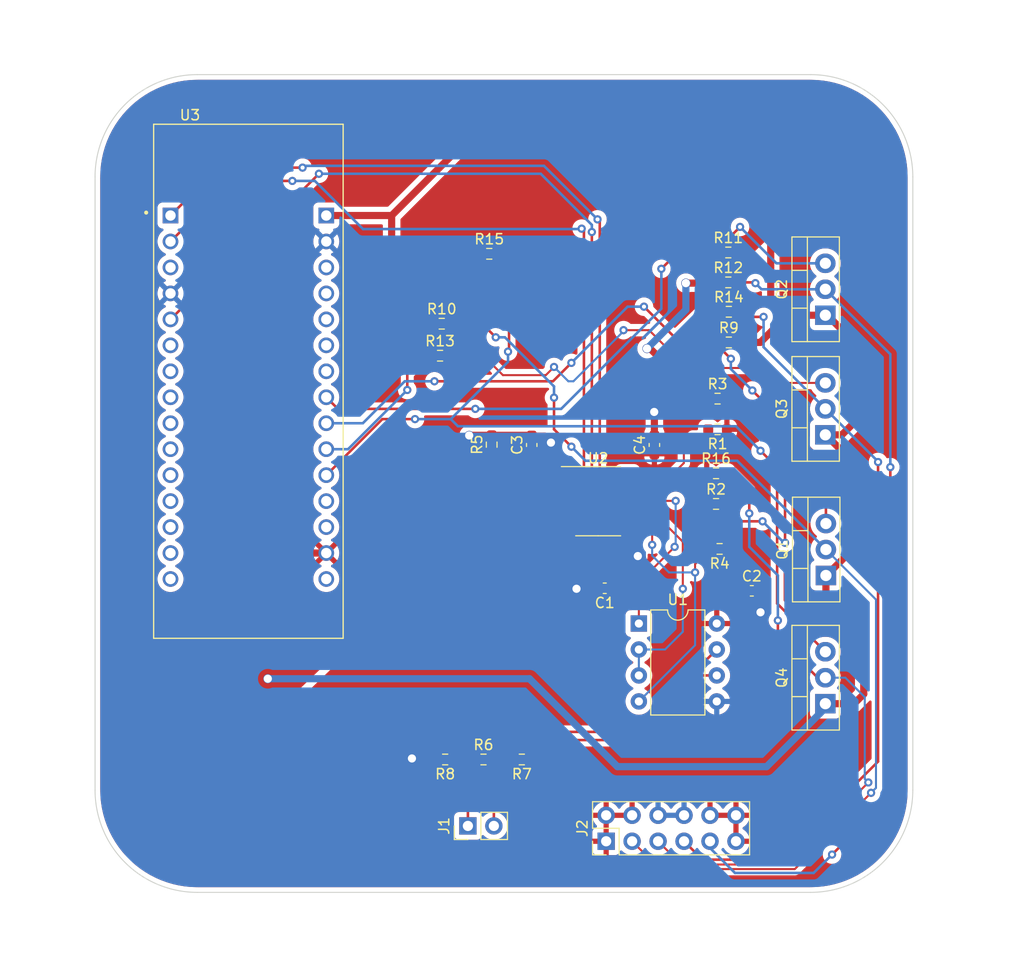
<source format=kicad_pcb>
(kicad_pcb (version 20211014) (generator pcbnew)

  (general
    (thickness 1.6)
  )

  (paper "A4")
  (layers
    (0 "F.Cu" signal)
    (31 "B.Cu" signal)
    (32 "B.Adhes" user "B.Adhesive")
    (33 "F.Adhes" user "F.Adhesive")
    (34 "B.Paste" user)
    (35 "F.Paste" user)
    (36 "B.SilkS" user "B.Silkscreen")
    (37 "F.SilkS" user "F.Silkscreen")
    (38 "B.Mask" user)
    (39 "F.Mask" user)
    (40 "Dwgs.User" user "User.Drawings")
    (41 "Cmts.User" user "User.Comments")
    (42 "Eco1.User" user "User.Eco1")
    (43 "Eco2.User" user "User.Eco2")
    (44 "Edge.Cuts" user)
    (45 "Margin" user)
    (46 "B.CrtYd" user "B.Courtyard")
    (47 "F.CrtYd" user "F.Courtyard")
    (48 "B.Fab" user)
    (49 "F.Fab" user)
    (50 "User.1" user)
    (51 "User.2" user)
    (52 "User.3" user)
    (53 "User.4" user)
    (54 "User.5" user)
    (55 "User.6" user)
    (56 "User.7" user)
    (57 "User.8" user)
    (58 "User.9" user)
  )

  (setup
    (stackup
      (layer "F.SilkS" (type "Top Silk Screen"))
      (layer "F.Paste" (type "Top Solder Paste"))
      (layer "F.Mask" (type "Top Solder Mask") (thickness 0.01))
      (layer "F.Cu" (type "copper") (thickness 0.035))
      (layer "dielectric 1" (type "core") (thickness 1.51) (material "FR4") (epsilon_r 4.5) (loss_tangent 0.02))
      (layer "B.Cu" (type "copper") (thickness 0.035))
      (layer "B.Mask" (type "Bottom Solder Mask") (thickness 0.01))
      (layer "B.Paste" (type "Bottom Solder Paste"))
      (layer "B.SilkS" (type "Bottom Silk Screen"))
      (copper_finish "None")
      (dielectric_constraints no)
    )
    (pad_to_mask_clearance 0)
    (pcbplotparams
      (layerselection 0x00010fc_ffffffff)
      (disableapertmacros false)
      (usegerberextensions false)
      (usegerberattributes true)
      (usegerberadvancedattributes true)
      (creategerberjobfile true)
      (svguseinch false)
      (svgprecision 6)
      (excludeedgelayer true)
      (plotframeref false)
      (viasonmask false)
      (mode 1)
      (useauxorigin false)
      (hpglpennumber 1)
      (hpglpenspeed 20)
      (hpglpendiameter 15.000000)
      (dxfpolygonmode true)
      (dxfimperialunits true)
      (dxfusepcbnewfont true)
      (psnegative false)
      (psa4output false)
      (plotreference true)
      (plotvalue true)
      (plotinvisibletext false)
      (sketchpadsonfab false)
      (subtractmaskfromsilk false)
      (outputformat 1)
      (mirror false)
      (drillshape 1)
      (scaleselection 1)
      (outputdirectory "")
    )
  )

  (net 0 "")
  (net 1 "+5V")
  (net 2 "GND")
  (net 3 "+3V3")
  (net 4 "Net-(J1-Pad1)")
  (net 5 "Net-(J1-Pad2)")
  (net 6 "/M1_DIR_OUT")
  (net 7 "/TIM2_CH2{slash}M1_SPEED_OUT")
  (net 8 "/TIM2_CH4{slash}M2_SPEED_OUT")
  (net 9 "/M2_DIR_OUT")
  (net 10 "/M1_DIR")
  (net 11 "/M2_DIR")
  (net 12 "/TIM2_CH4{slash}M2_SPEED")
  (net 13 "/TIM2_CH2{slash}M1_SPEED")
  (net 14 "/MAX485_RO")
  (net 15 "/~{MAX485_RE}")
  (net 16 "/MAX485_DI")
  (net 17 "unconnected-(U2-Pad1)")
  (net 18 "unconnected-(U2-Pad3)")
  (net 19 "unconnected-(U2-Pad4)")
  (net 20 "/STM32_USART1_RX")
  (net 21 "/STM32_USART1_DE{slash}RE")
  (net 22 "/STM32_USART1_TX")
  (net 23 "unconnected-(U2-Pad8)")
  (net 24 "unconnected-(U2-Pad9)")
  (net 25 "unconnected-(U2-Pad12)")
  (net 26 "unconnected-(U2-Pad13)")
  (net 27 "unconnected-(U2-Pad17)")
  (net 28 "unconnected-(U2-Pad18)")
  (net 29 "unconnected-(U2-Pad20)")
  (net 30 "unconnected-(U3-Pad3)")
  (net 31 "unconnected-(U3-Pad6)")
  (net 32 "unconnected-(U3-Pad7)")
  (net 33 "unconnected-(U3-Pad8)")
  (net 34 "unconnected-(U3-Pad9)")
  (net 35 "unconnected-(U3-Pad10)")
  (net 36 "unconnected-(U3-Pad11)")
  (net 37 "unconnected-(U3-Pad12)")
  (net 38 "unconnected-(U3-Pad13)")
  (net 39 "unconnected-(U3-Pad14)")
  (net 40 "unconnected-(U3-Pad15)")
  (net 41 "unconnected-(U3-Pad16)")
  (net 42 "unconnected-(U3-Pad18)")
  (net 43 "unconnected-(U3-Pad19)")
  (net 44 "unconnected-(U3-Pad24)")
  (net 45 "unconnected-(U3-Pad25)")
  (net 46 "unconnected-(U3-Pad26)")
  (net 47 "unconnected-(U3-Pad27)")
  (net 48 "unconnected-(U3-Pad28)")

  (footprint "Resistor_SMD:R_0603_1608Metric_Pad0.98x0.95mm_HandSolder" (layer "F.Cu") (at 221.95 52.4))

  (footprint "Resistor_SMD:R_0603_1608Metric_Pad0.98x0.95mm_HandSolder" (layer "F.Cu") (at 220.9 69.7 180))

  (footprint "Resistor_SMD:R_0603_1608Metric_Pad0.98x0.95mm_HandSolder" (layer "F.Cu") (at 221.1 81.4 180))

  (footprint "Resistor_SMD:R_0603_1608Metric_Pad0.98x0.95mm_HandSolder" (layer "F.Cu") (at 198.565 52.53))

  (footprint "Connector_PinHeader_2.54mm:PinHeader_2x06_P2.54mm_Vertical" (layer "F.Cu") (at 210 110 90))

  (footprint "Resistor_SMD:R_0603_1608Metric_Pad0.98x0.95mm_HandSolder" (layer "F.Cu") (at 222 58.2))

  (footprint "Capacitor_SMD:C_0603_1608Metric_Pad1.08x0.95mm_HandSolder" (layer "F.Cu") (at 214.71875 71.23125 90))

  (footprint "Capacitor_SMD:C_0603_1608Metric_Pad1.08x0.95mm_HandSolder" (layer "F.Cu") (at 209.8625 85.25 180))

  (footprint "Package_DIP:DIP-8_W7.62mm" (layer "F.Cu") (at 213.2 88.7))

  (footprint "Package_TO_SOT_THT:TO-220-3_Vertical" (layer "F.Cu") (at 231.445 58.54 90))

  (footprint "Resistor_SMD:R_0603_1608Metric_Pad0.98x0.95mm_HandSolder" (layer "F.Cu") (at 221.95 55.325))

  (footprint "Connector_PinHeader_2.54mm:PinHeader_1x02_P2.54mm_Vertical" (layer "F.Cu") (at 196.475 108.5 90))

  (footprint "Package_TO_SOT_THT:TO-220-3_Vertical" (layer "F.Cu") (at 231.445 96.54 90))

  (footprint "Resistor_SMD:R_0603_1608Metric_Pad0.98x0.95mm_HandSolder" (layer "F.Cu") (at 220.75 77))

  (footprint "Resistor_SMD:R_0603_1608Metric_Pad0.98x0.95mm_HandSolder" (layer "F.Cu") (at 198.8 71.2 90))

  (footprint "Capacitor_SMD:C_0603_1608Metric_Pad1.08x0.95mm_HandSolder" (layer "F.Cu") (at 224.25 85.5))

  (footprint "Resistor_SMD:R_0603_1608Metric_Pad0.98x0.95mm_HandSolder" (layer "F.Cu") (at 220.75 74))

  (footprint "Capacitor_SMD:C_0603_1608Metric_Pad1.08x0.95mm_HandSolder" (layer "F.Cu") (at 202.71875 71.23125 90))

  (footprint "Resistor_SMD:R_0603_1608Metric_Pad0.98x0.95mm_HandSolder" (layer "F.Cu") (at 193.915 59.37))

  (footprint "plib:MODULE_NUCLEO-L432KC" (layer "F.Cu") (at 175 65))

  (footprint "Package_SO:TSSOP-20_4.4x6.5mm_P0.65mm" (layer "F.Cu") (at 209.21875 76.73125))

  (footprint "Resistor_SMD:R_0603_1608Metric_Pad0.98x0.95mm_HandSolder" (layer "F.Cu") (at 194.25 102 180))

  (footprint "Resistor_SMD:R_0603_1608Metric_Pad0.98x0.95mm_HandSolder" (layer "F.Cu") (at 220.9 66.7))

  (footprint "Resistor_SMD:R_0603_1608Metric_Pad0.98x0.95mm_HandSolder" (layer "F.Cu") (at 193.75 62.5))

  (footprint "Resistor_SMD:R_0603_1608Metric_Pad0.98x0.95mm_HandSolder" (layer "F.Cu") (at 222 61.2))

  (footprint "Resistor_SMD:R_0603_1608Metric_Pad0.98x0.95mm_HandSolder" (layer "F.Cu") (at 201.75 102 180))

  (footprint "Package_TO_SOT_THT:TO-220-3_Vertical" (layer "F.Cu") (at 231.5 84 90))

  (footprint "Package_TO_SOT_THT:TO-220-3_Vertical" (layer "F.Cu") (at 231.445 70.24 90))

  (footprint "Resistor_SMD:R_0603_1608Metric_Pad0.98x0.95mm_HandSolder" (layer "F.Cu") (at 198 102))

  (gr_line (start 170 35) (end 230 35) (layer "Edge.Cuts") (width 0.1) (tstamp 10903cc6-a1f6-4313-92b9-9da49a4d296e))
  (gr_arc (start 170 115) (mid 162.928932 112.071068) (end 160 105) (layer "Edge.Cuts") (width 0.1) (tstamp 11ad98e0-04df-4e18-a692-12e208491fdd))
  (gr_line (start 230 115) (end 170 115) (layer "Edge.Cuts") (width 0.1) (tstamp 160b813e-4540-43d0-a133-2b531dab2b2c))
  (gr_line (start 240 45) (end 240 105) (layer "Edge.Cuts") (width 0.1) (tstamp 67a75736-8c5e-4e80-bcfb-dea6a71f200a))
  (gr_arc (start 240 105) (mid 237.071068 112.071068) (end 230 115) (layer "Edge.Cuts") (width 0.1) (tstamp 71075c10-64ed-4414-bb36-5a108365fb26))
  (gr_arc (start 160 45) (mid 162.928932 37.928932) (end 170 35) (layer "Edge.Cuts") (width 0.1) (tstamp a3fef8ec-b8c8-43c1-9681-139a715b38a5))
  (gr_line (start 160 45) (end 160 105) (layer "Edge.Cuts") (width 0.1) (tstamp b2fc88d3-9421-4f30-b3df-2b9b3fc0240d))
  (gr_arc (start 230 35) (mid 237.071068 37.928932) (end 240 45) (layer "Edge.Cuts") (width 0.1) (tstamp f3defb26-2807-464d-a42a-ce322a22ef8b))

  (segment (start 219.2 66.7) (end 216 63.5) (width 0.7) (layer "F.Cu") (net 1) (tstamp 01b3c73a-a9ce-4348-b870-e833f6a22bf5))
  (segment (start 232.4 44.8) (end 232.4 46.8) (width 0.7) (layer "F.Cu") (net 1) (tstamp 03468809-d007-40dc-bed4-6eb4d1b2c29a))
  (segment (start 227.2 39.6) (end 231.9 44.3) (width 0.7) (layer "F.Cu") (net 1) (tstamp 0bacef19-decc-4cd9-ba96-ab299f61556b))
  (segment (start 212.08125 74.45625) (end 213.65625 74.45625) (width 0.2) (layer "F.Cu") (net 1) (tstamp 1bfbc89f-2a48-4576-a39d-ec3b2ff918e8))
  (segment (start 216 63.5) (end 214.3 61.8) (width 0.7) (layer "F.Cu") (net 1) (tstamp 228763ff-6048-429b-b52d-e017686683e1))
  (segment (start 221.0375 58.15) (end 221.0875 58.2) (width 0.7) (layer "F.Cu") (net 1) (tstamp 2800a8d9-5dce-453e-8ffb-5f4a26d6cade))
  (segment (start 232.7 45.1) (end 234.3 45.1) (width 0.7) (layer "F.Cu") (net 1) (tstamp 2e8c41ab-d260-44f6-8b19-3c787f1ffa29))
  (segment (start 198.2 39.6) (end 227.2 39.6) (width 0.7) (layer "F.Cu") (net 1) (tstamp 30667af2-af8b-4b2a-b235-c587c26c2538))
  (segment (start 189.015 48.785) (end 198.2 39.6) (width 0.7) (layer "F.Cu") (net 1) (tstamp 30715bf3-0597-4cc9-9063-bb851e13cc0a))
  (segment (start 231.9 44.3) (end 232.4 44.8) (width 0.7) (layer "F.Cu") (net 1) (tstamp 49beb8ef-a904-49bd-b05b-dd7610b1b536))
  (segment (start 214.3 61.8) (end 214 61.8) (width 0.7) (layer "F.Cu") (net 1) (tstamp 4e6219ab-8808-49b3-b13f-c559b227fb8c))
  (segment (start 182.62 48.785) (end 189.015 48.785) (width 0.7) (layer "F.Cu") (net 1) (tstamp 53c758dc-22d6-4dc7-9fc4-6aad5a0d8bff))
  (segment (start 189.015 55.3825) (end 189.015 48.785) (width 0.7) (layer "F.Cu") (net 1) (tstamp 71a846ce-93a0-4dd4-8004-c0b1420f59fc))
  (segment (start 220.9625 55.4) (end 221.0375 55.325) (width 0.7) (layer "F.Cu") (net 1) (tstamp 74d3d0fa-b481-4e97-94ea-83443cefd89a))
  (segment (start 217.8 55.4) (end 220.9625 55.4) (width 0.7) (layer "F.Cu") (net 1) (tstamp 895b48ea-fbc5-4960-b321-1908d864adce))
  (segment (start 221.0375 55.325) (end 221.0375 58.15) (width 0.7) (layer "F.Cu") (net 1) (tstamp 99122ba2-9255-40ba-b6c6-96903ccb94dd))
  (segment (start 231.9 44.3) (end 232.7 45.1) (width 0.7) (layer "F.Cu") (net 1) (tstamp 9cbe9b35-bddd-40dd-96fd-708803e1a887))
  (segment (start 219.9875 66.7) (end 219.2 66.7) (width 0.7) (layer "F.Cu") (net 1) (tstamp a426bb88-ebd3-4a94-9a5f-e3ccd6906299))
  (segment (start 213.65625 74.45625) (end 213.7 74.5) (width 0.2) (layer "F.Cu") (net 1) (tstamp c0dfd12d-7689-4e2e-9c30-5715287a97f8))
  (segment (start 193.0025 59.37) (end 189.015 55.3825) (width 0.7) (layer "F.Cu") (net 1) (tstamp d900fd14-71d8-459b-b69a-4a79d90c89e1))
  (segment (start 231.9 44.3) (end 233.8 46.2) (width 0.7) (layer "F.Cu") (net 1) (tstamp eed5baff-fc8d-4177-966b-f459ca120fb0))
  (via (at 217.8 55.4) (size 0.9) (drill 0.8) (layers "F.Cu" "B.Cu") (net 1) (tstamp 0cfe870f-c539-48ec-9d26-cd5be2ae9314))
  (via (at 214 61.8) (size 0.9) (drill 0.8) (layers "F.Cu" "B.Cu") (net 1) (tstamp 8aceb558-158e-445b-9b55-44577cfc91a8))
  (segment (start 217.8 58) (end 217.8 55.4) (width 0.7) (layer "B.Cu") (net 1) (tstamp 0d3db3d6-fc49-44a3-a99f-3063af74c0cf))
  (segment (start 214 61.8) (end 217.8 58) (width 0.7) (layer "B.Cu") (net 1) (tstamp f1f1bdb5-5e3c-4847-8b14-9cccb8bd15b8))
  (segment (start 198.8 70.2875) (end 196.6125 70.2875) (width 0.7) (layer "F.Cu") (net 2) (tstamp 041af5a7-8ceb-4780-acde-7939b985a719))
  (segment (start 193.3375 102) (end 191.1 102) (width 0.7) (layer "F.Cu") (net 2) (tstamp 048f879b-3a03-4eb5-bd83-ef688a9f55d6))
  (segment (start 225.1125 85.5) (end 225.1125 87.5875) (width 0.7) (layer "F.Cu") (net 2) (tstamp 20e3d207-29d1-44b8-a695-3bbc82c1ad14))
  (segment (start 196.6125 70.2875) (end 196.6 70.3) (width 0.7) (layer "F.Cu") (net 2) (tstamp 38d49fd0-338c-4044-af89-7fcbf896277c))
  (segment (start 225.1125 87.5875) (end 225.1 87.6) (width 0.7) (layer "F.Cu") (net 2) (tstamp 3e2d8b32-065e-44ed-b7d2-831789b4b22e))
  (segment (start 214.71875 68.01875) (end 214.7 68) (width 0.7) (layer "F.Cu") (net 2) (tstamp 49c29e2e-0b6d-4592-9057-dd7ffa49085f))
  (segment (start 203.96875 70.36875) (end 204.6 71) (width 0.7) (layer "F.Cu") (net 2) (tstamp 830d2a44-1815-4ab2-bd77-7a47a6c00350))
  (segment (start 202.6375 70.2875) (end 202.71875 70.36875) (width 0.7) (layer "F.Cu") (net 2) (tstamp 91690a73-aac6-4b92-a00a-f990b821c3c8))
  (segment (start 209 85.25) (end 207.15 85.25) (width 0.7) (layer "F.Cu") (net 2) (tstamp 92296188-8be1-4b6d-8cc4-bee998f95fc0))
  (segment (start 212.08125 81.08125) (end 213.1 82.1) (width 0.2) (layer "F.Cu") (net 2) (tstamp 9272f40a-18af-4592-883b-e25bfa92b43e))
  (segment (start 207.15 85.25) (end 207.1 85.3) (width 0.7) (layer "F.Cu") (net 2) (tstamp a4dae8fa-480f-4094-be14-3012d2f664b2))
  (segment (start 191.1 102) (end 191 101.9) (width 0.7) (layer "F.Cu") (net 2) (tstamp a65fea3c-8aff-40d3-8d88-41ee930708a5))
  (segment (start 202.71875 70.36875) (end 203.96875 70.36875) (width 0.7) (layer "F.Cu") (net 2) (tstamp af0b7e37-f71c-42d6-9557-bf38e47ab08a))
  (segment (start 198.8 70.2875) (end 202.6375 70.2875) (width 0.7) (layer "F.Cu") (net 2) (tstamp b811a2d8-cffb-4f8c-a05d-5ad0e9af3858))
  (segment (start 212.08125 79.65625) (end 212.08125 81.08125) (width 0.2) (layer "F.Cu") (net 2) (tstamp bdc46b6a-a06d-453a-9b86-a46eba1b8505))
  (segment (start 214.71875 70.36875) (end 214.71875 68.01875) (width 0.7) (layer "F.Cu") (net 2) (tstamp dff8c071-df09-41d8-a8d3-b9166aa851a7))
  (via (at 214.7 68) (size 0.9) (drill 0.8) (layers "F.Cu" "B.Cu") (net 2) (tstamp 0524079b-5a4b-4b0a-ac75-59389d10d82f))
  (via (at 207.1 85.3) (size 0.9) (drill 0.8) (layers "F.Cu" "B.Cu") (net 2) (tstamp 25dbe6e4-b6f2-4865-a3b1-88b53c65da65))
  (via (at 204.6 71) (size 0.9) (drill 0.8) (layers "F.Cu" "B.Cu") (net 2) (tstamp 381c0950-0549-4e35-b8e7-3459f54ef04d))
  (via (at 191 101.9) (size 0.9) (drill 0.8) (layers "F.Cu" "B.Cu") (net 2) (tstamp 383b8507-857a-4bab-afd5-f3ead46052f8))
  (via (at 196.6 70.3) (size 0.9) (drill 0.8) (layers "F.Cu" "B.Cu") (net 2) (tstamp 4db3e560-c2cf-4d42-8d15-cddcc2c56103))
  (via (at 225.1 87.6) (size 0.9) (drill 0.8) (layers "F.Cu" "B.Cu") (net 2) (tstamp 83b114dc-6ad4-4a30-b84c-772bc1d3bb4a))
  (via (at 213.1 82.1) (size 0.9) (drill 0.8) (layers "F.Cu" "B.Cu") (net 2) (tstamp b46f921e-2431-42f9-855c-c17118abe4fd))
  (segment (start 231.5 85.8) (end 235.2 89.5) (width 0.7) (layer "F.Cu") (net 3) (tstamp 0040dfd8-3732-49f6-99a8-f718d436f613))
  (segment (start 231.445 58.54) (end 227.74 58.54) (width 0.7) (layer "F.Cu") (net 3) (tstamp 03d70060-d4e6-40a7-9c41-34371ac7ba9b))
  (segment (start 231.5475 84) (end 231.5 84) (width 0.7) (layer "F.Cu") (net 3) (tstamp 04175cc2-e026-4af4-a105-341a325b9d04))
  (segment (start 235.5 62.4) (end 235.5 67.8) (width 0.7) (layer "F.Cu") (net 3) (tstamp 04daea31-151c-4d8e-9356-1c9afa202906))
  (segment (start 225.08 61.2) (end 227.74 58.54) (width 0.7) (layer "F.Cu") (net 3) (tstamp 084f80db-cf6b-4c93-adb9-5e408ed5e141))
  (segment (start 179.995 81.805) (end 182.62 81.805) (width 0.7) (layer "F.Cu") (net 3) (tstamp 1360d354-c1a9-4b31-bb05-daa8382c3d6c))
  (segment (start 231.64 58.54) (end 235.5 62.4) (width 0.7) (layer "F.Cu") (net 3) (tstamp 326ae6fa-cf72-4a66-a79b-5f5933114bdc))
  (segment (start 204.7 79.5) (end 204.7 74.6) (width 0.7) (layer "F.Cu") (net 3) (tstamp 35a91c0d-10d6-4907-8b79-73706d99d56e))
  (segment (start 226.1 50.7) (end 226.1 50.1) (width 0.7) (layer "F.Cu") (net 3) (tstamp 4558a3fb-3ec0-43de-9154-272b4d09d9a7))
  (segment (start 235.875489 74.622989) (end 235.875489 79.672011) (width 0.7) (layer "F.Cu") (net 3) (tstamp 45bc66b3-e90e-494d-b190-8ab953830dea))
  (segment (start 231.5 84) (end 231.5 85.8) (width 0.7) (layer "F.Cu") (net 3) (tstamp 54022415-4d28-47e0-bf6d-8935f51a2c1c))
  (segment (start 226.1 56.9) (end 226.1 51.1) (width 0.7) (layer "F.Cu") (net 3) (tstamp 5d7cdafd-660f-4993-a33f-eefdf1d20fa5))
  (segment (start 204.85625 79.65625) (end 204.7 79.5) (width 0.7) (layer "F.Cu") (net 3) (tstamp 5e01f1dd-3973-45b2-aef0-c09ab6218a76))
  (segment (start 222.9125 61.2) (end 225.08 61.2) (width 0.7) (layer "F.Cu") (net 3) (tstamp 600e4fbe-7ad6-4b22-a7b6-64e4e3f9c655))
  (segment (start 225.9 51.1) (end 225.5 50.7) (width 0.7) (layer "F.Cu") (net 3) (tstamp 60182d21-92ec-45ca-a4f3-db4610ec6886))
  (segment (start 231.4925 70.24) (end 235.875489 74.622989) (width 0.7) (layer "F.Cu") (net 3) (tstamp 62a45221-2a6f-485e-9652-2cc4366873c6))
  (segment (start 235.2 95.6) (end 234.26 96.54) (width 0.7) (layer "F.Cu") (net 3) (tstamp 6a8471e8-5282-49bd-b0a2-5444b494550f))
  (segment (start 226.1 51.1) (end 226.1 50.7) (width 0.7) (layer "F.Cu") (net 3) (tstamp 76faf934-4f21-4f60-b34c-83e1af066cb9))
  (segment (start 204.7 74.075) (end 202.71875 72.09375) (width 0.7) (layer "F.Cu") (net 3) (tstamp 77d860fe-17ef-433f-a4a8-b14564f90993))
  (segment (start 234.26 96.54) (end 231.445 96.54) (width 0.7) (layer "F.Cu") (net 3) (tstamp 782e31fe-9bb6-4ed4-8484-1490211538c0))
  (segment (start 231.445 70.24) (end 231.4925 70.24) (width 0.7) (layer "F.Cu") (net 3) (tstamp 81816ff6-842d-400e-b7e0-53cda06cb87b))
  (segment (start 206.35625 74.45625) (end 204.84375 74.45625) (width 0.2) (layer "F.Cu") (net 3) (tstamp 8dff62dc-94bb-4895-b6ba-fc763efa6460))
  (segment (start 233.06 70.24) (end 231.445 70.24) (width 0.7) (layer "F.Cu") (net 3) (tstamp 923589f8-c3fc-43b5-bc33-fc376771bda7))
  (segment (start 178.5 83.3) (end 179.995 81.805) (width 0.7) (layer "F.Cu") (net 3) (tstamp 9a40dbe4-86fe-42ad-9205-58b29e855b14))
  (segment (start 235.2 89.5) (end 235.2 95.6) (width 0.7) (layer "F.Cu") (net 3) (tstamp 9e597cfd-1f2f-4714-a096-ccc0e4ed565f))
  (segment (start 226.1 51.1) (end 225.9 51.1) (width 0.7) (layer "F.Cu") (net 3) (tstamp 9f4e840a-965e-4478-9bc4-0c8bb564c11b))
  (segment (start 204.84375 74.45625) (end 204.7 74.6) (width 0.2) (layer "F.Cu") (net 3) (tstamp a0536aac-0728-4ba2-9a7b-738cb9aeb59d))
  (segment (start 227.74 58.54) (end 226.1 56.9) (width 0.7) (layer "F.Cu") (net 3) (tstamp a19d631c-47ea-4d33-907f-a9f7633e1798))
  (segment (start 206.35625 79.65625) (end 204.85625 79.65625) (width 0.2) (layer "F.Cu") (net 3) (tstamp ab493688-bc84-4ba7-adad-d422869a7542))
  (segment (start 226.1 50.1) (end 225.7 49.7) (width 0.7) (layer "F.Cu") (net 3) (tstamp c07356dc-ede9-47cd-888d-deab96c6bbb9))
  (segment (start 176.9 94.1) (end 178.5 92.5) (width 0.7) (layer "F.Cu") (net 3) (tstamp c0884f12-dd37-4276-900b-f3a88dc18241))
  (segment (start 204.7 74.6) (end 204.7 74.075) (width 0.7) (layer "F.Cu") (net 3) (tstamp c40ae5f5-37e9-4ecc-a9ef-a45680ae4bfc))
  (segment (start 226.1 50.7) (end 225.5 50.7) (width 0.7) (layer "F.Cu") (net 3) (tstamp d035a93f-99a0-4d5e-a52c-3e0efba72a0e))
  (segment (start 226.1 51.1) (end 226.1 49.6) (width 0.7) (layer "F.Cu") (net 3) (tstamp d5ab2912-c9c2-440e-9887-916ec944b8d8))
  (segment (start 231.445 58.54) (end 231.64 58.54) (width 0.7) (layer "F.Cu") (net 3) (tstamp d6e87dc8-1be6-4806-8cf1-2a08774148ec))
  (segment (start 226.1 50.7) (end 225.3 49.9) (width 0.7) (layer "F.Cu") (net 3) (tstamp dcb3a507-61a0-4a7a-9566-174d8b91ac53))
  (segment (start 235.875489 79.672011) (end 231.5475 84) (width 0.7) (layer "F.Cu") (net 3) (tstamp ddbf76b0-6814-45b7-80a6-6f5ba3b97ee4))
  (segment (start 178.5 92.5) (end 178.5 83.3) (width 0.7) (layer "F.Cu") (net 3) (tstamp de5d5e57-b6ea-4085-95d1-60c5ca5df918))
  (segment (start 235.5 67.8) (end 233.06 70.24) (width 0.7) (layer "F.Cu") (net 3) (tstamp e8674479-7ed9-4912-877d-d042857c5429))
  (segment (start 225.5 50.7) (end 225.1 50.3) (width 0.7) (layer "F.Cu") (net 3) (tstamp edb1d9cb-6d81-4a72-a091-e54af94b06b3))
  (via (at 176.9 94.1) (size 0.9) (drill 0.8) (layers "F.Cu" "B.Cu") (net 3) (tstamp 77d06fa9-39ca-4b29-9517-9b5d2e7fdd4f))
  (segment (start 205.6 97.2) (end 202.5 94.1) (width 0.7) (layer "B.Cu") (net 3) (tstamp 07d63a4c-d833-4e52-bf51-18ec8612cac4))
  (segment (start 202.5 94.1) (end 176.9 94.1) (width 0.7) (layer "B.Cu") (net 3) (tstamp 172ad9af-2f01-4d35-9c45-22d82a580980))
  (segment (start 231.445 96.955) (end 225.7 102.7) (width 0.7) (layer "B.Cu") (net 3) (tstamp 60e9820a-8cf6-4805-92ad-c32551253d7a))
  (segment (start 225.7 102.7) (end 211.1 102.7) (width 0.7) (layer "B.Cu") (net 3) (tstamp ab95b39d-57ca-48d9-8fa5-ddd1f2bf4cdb))
  (segment (start 211.1 102.7) (end 205.6 97.2) (width 0.7) (layer "B.Cu") (net 3) (tstamp e5b4387a-4790-400c-a10c-e121f43186a4))
  (segment (start 231.445 96.54) (end 231.445 96.955) (width 0.7) (layer "B.Cu") (net 3) (tstamp ffd90433-8246-45ed-beb8-367ee7a2c613))
  (segment (start 197.0875 102) (end 196.475 102.6125) (width 0.25) (layer "F.Cu") (net 4) (tstamp 21bdd3ef-bb12-41cc-bcee-06a17087f0d9))
  (segment (start 195.1625 102) (end 197.0875 102) (width 0.25) (layer "F.Cu") (net 4) (tstamp 3f5399d9-fec0-4006-946a-833e734ba4a3))
  (segment (start 214.3 99.3) (end 198.4 99.3) (width 0.25) (layer "F.Cu") (net 4) (tstamp 43312d40-f977-4005-8b08-61c1e25ecb31))
  (segment (start 216 97.6) (end 214.3 99.3) (width 0.25) (layer "F.Cu") (net 4) (tstamp 6a84b785-903e-4038-ad6e-aa5f2819fd33))
  (segment (start 220.82 91.24) (end 216 96.06) (width 0.25) (layer "F.Cu") (net 4) (tstamp a7674d16-7da4-4b2a-8b22-4066f7923df9))
  (segment (start 198.4 99.3) (end 197.0875 100.6125) (width 0.25) (layer "F.Cu") (net 4) (tstamp cdc5803f-277d-4b85-8566-84920bad2aa3))
  (segment (start 196.475 102.6125) (end 196.475 108.5) (width 0.25) (layer "F.Cu") (net 4) (tstamp d8d397d1-5b33-4000-b9c7-e5d2b02a06fc))
  (segment (start 197.0875 100.6125) (end 197.0875 102) (width 0.25) (layer "F.Cu") (net 4) (tstamp f475c9df-5a9b-49a2-bb53-268e82173fbe))
  (segment (start 216 96.06) (end 216 97.6) (width 0.25) (layer "F.Cu") (net 4) (tstamp f548c679-505c-423b-8774-e1aa1ed0ad97))
  (segment (start 198.9125 102) (end 200.8375 102) (width 0.25) (layer "F.Cu") (net 5) (tstamp 017bb835-a33b-42e1-9a46-de54c062727f))
  (segment (start 217.2 95.7) (end 219.12 93.78) (width 0.25) (layer "F.Cu") (net 5) (tstamp 34ebad61-e4e7-4ae3-a99d-73f6bf90cfa2))
  (segment (start 199.015 102.1025) (end 199.015 108.5) (width 0.25) (layer "F.Cu") (net 5) (tstamp 3f459fc6-9840-47ce-b9f1-7e7b349f6c17))
  (segment (start 200.8375 102) (end 200.8375 101.1625) (width 0.25) (layer "F.Cu") (net 5) (tstamp 875ffc1f-08e4-4fd5-9da1-bbae7f2db8af))
  (segment (start 217.2 97.3) (end 217.2 95.7) (width 0.25) (layer "F.Cu") (net 5) (tstamp b3b0689d-7453-4f05-abd7-e9d8ed3a3eaa))
  (segment (start 200.8375 101.1625) (end 201.9 100.1) (width 0.25) (layer "F.Cu") (net 5) (tstamp cce950e5-a511-4684-9bb2-2ec4dd670076))
  (segment (start 198.9125 102) (end 199.015 102.1025) (width 0.25) (layer "F.Cu") (net 5) (tstamp dc25ed7c-d732-40e8-b94e-090f8220f95c))
  (segment (start 201.9 100.1) (end 214.4 100.1) (width 0.25) (layer "F.Cu") (net 5) (tstamp de81c2b8-c34d-4cab-85db-abfca30cb60b))
  (segment (start 214.4 100.1) (end 217.2 97.3) (width 0.25) (layer "F.Cu") (net 5) (tstamp e7296c74-cf29-486b-8ef9-8bc3b2dbea71))
  (segment (start 219.12 93.78) (end 220.82 93.78) (width 0.25) (layer "F.Cu") (net 5) (tstamp f14bba8a-5611-4eb4-928e-81e6e5ee384c))
  (segment (start 212.54 110) (end 215.264021 112.724021) (width 0.2) (layer "F.Cu") (net 6) (tstamp 049f3433-edc1-4bd3-840c-6f16207e78b0))
  (segment (start 228.453841 112.724021) (end 235.915443 105.262419) (width 0.2) (layer "F.Cu") (net 6) (tstamp 098cb119-8c0d-481c-a3a5-0a03a74cbb70))
  (segment (start 197.87 59.37) (end 199.2 60.7) (width 0.25) (layer "F.Cu") (net 6) (tstamp 0994775c-2b63-429e-9c12-798c84765ae3))
  (segment (start 204.9 66.6) (end 204.9 69.7) (width 0.25) (layer "F.Cu") (net 6) (tstamp a4624e5b-6f8c-4268-b082-8e1ce7e1463f))
  (segment (start 215.264021 112.724021) (end 228.453841 112.724021) (width 0.2) (layer "F.Cu") (net 6) (tstamp aad234b8-89aa-4571-9937-e727b3459cf1))
  (segment (start 194.8275 59.37) (end 197.87 59.37) (width 0.25) (layer "F.Cu") (net 6) (tstamp d5e5bf31-910e-4dab-b158-bac489f95578))
  (segment (start 204.9 69.7) (end 206.6 71.4) (width 0.25) (layer "F.Cu") (net 6) (tstamp e5c991e2-341e-4017-8121-97ce56804f76))
  (via (at 199.2 60.7) (size 0.8) (drill 0.4) (layers "F.Cu" "B.Cu") (net 6) (tstamp 15924194-b507-4490-8c49-34090bbd1c5d))
  (via (at 206.6 71.4) (size 0.8) (drill 0.4) (layers "F.Cu" "B.Cu") (net 6) (tstamp 494b15bd-5268-4c45-b5a8-e455f64a6aa3))
  (via (at 235.915443 105.262419) (size 0.8) (drill 0.4) (layers "F.Cu" "B.Cu") (net 6) (tstamp c5f449fe-d3dd-4c7b-b2d7-fe2d25ed167c))
  (via (at 204.9 66.6) (size 0.8) (drill 0.4) (layers "F.Cu" "B.Cu") (net 6) (tstamp df9a5afd-515c-4514-8781-4a17a236ed94))
  (segment (start 236.397156 86.357156) (end 236.397156 104.780706) (width 0.2) (layer "B.Cu") (net 6) (tstamp 1e6685bc-24ed-4371-bd55-ad0241e11273))
  (segment (start 199.2 60.7) (end 200.095311 60.7) (width 0.25) (layer "B.Cu") (net 6) (tstamp 6ffc7fa8-a411-4b8c-a8d8-46c895c3aea8))
  (segment (start 204.9 65.504689) (end 204.9 66.6) (width 0.25) (layer "B.Cu") (net 6) (tstamp 728aca6d-8ab4-4ca9-9d0a-3c733d397008))
  (segment (start 231.5 81.46) (end 236.397156 86.357156) (width 0.2) (layer "B.Cu") (net 6) (tstamp 84afff87-6ae7-4268-b57b-446622505eb9))
  (segment (start 207.974501 72.774501) (end 222.814501 72.774501) (width 0.25) (layer "B.Cu") (net 6) (tstamp 966bd2c7-52ed-48e5-8844-0046633343b4))
  (segment (start 236.397156 104.780706) (end 235.915443 105.262419) (width 0.2) (layer "B.Cu") (net 6) (tstamp b191f2b0-f664-4092-955e-1ee77659eb58))
  (segment (start 206.6 71.4) (end 207.974501 72.774501) (width 0.25) (layer "B.Cu") (net 6) (tstamp c31f5d3f-4182-498a-823d-c7005361ec19))
  (segment (start 200.095311 60.7) (end 204.9 65.504689) (width 0.25) (layer "B.Cu") (net 6) (tstamp dc19fa7b-4646-4258-8a1c-a7385bf5e2b8))
  (segment (start 222.814501 72.774501) (end 231.5 81.46) (width 0.25) (layer "B.Cu") (net 6) (tstamp f3352f9c-a9de-452e-856d-8a2048c709b1))
  (segment (start 224 75.7) (end 224 77.9255) (width 0.25) (layer "F.Cu") (net 7) (tstamp 01fd66b4-09a3-40df-a983-33360ddd44f6))
  (segment (start 222.3 74) (end 224 75.7) (width 0.25) (layer "F.Cu") (net 7) (tstamp 09fca3f4-5cb0-4c2d-a4ec-80e9f42ee75e))
  (segment (start 231.445 94) (end 230.7 94) (width 0.25) (layer "F.Cu") (net 7) (tstamp 15889e12-838e-4280-b45c-03f3cce30713))
  (segment (start 221.6625 74) (end 222.3 74) (width 0.25) (layer "F.Cu") (net 7) (tstamp 76fcf0f8-51f1-4d29-aa8f-476bc2a095f6))
  (segment (start 217.35451 112.27451) (end 227.6208 112.27451) (width 0.2) (layer "F.Cu") (net 7) (tstamp 7a6f3f7e-f22f-454e-9016-5d961a31eaf2))
  (segment (start 215.08 110) (end 217.35451 112.27451) (width 0.2) (layer "F.Cu") (net 7) (tstamp 8292c517-66ee-4162-8b06-87bbc1438c14))
  (segment (start 230.7 94) (end 226.8 90.1) (width 0.25) (layer "F.Cu") (net 7) (tstamp 964b4699-b970-4d29-a6e0-f15552fa5f6b))
  (segment (start 226.8 90.1) (end 226.8 88.4) (width 0.25) (layer "F.Cu") (net 7) (tstamp 9b6113d3-664a-4e8a-9b16-1da57be19330))
  (segment (start 227.6208 112.27451) (end 235.647655 104.247655) (width 0.2) (layer "F.Cu") (net 7) (tstamp dcfc4ecf-c1c1-46f1-9ecf-d884e998b535))
  (via (at 224 77.9255) (size 0.8) (drill 0.4) (layers "F.Cu" "B.Cu") (net 7) (tstamp 223ea8f8-dc23-49e4-8e52-05074c624a28))
  (via (at 235.647655 104.247655) (size 0.8) (drill 0.4) (layers "F.Cu" "B.Cu") (net 7) (tstamp 4de4f3fe-a7d9-4964-8160-d209f816e6f5))
  (via (at 226.8 88.4) (size 0.8) (drill 0.4) (layers "F.Cu" "B.Cu") (net 7) (tstamp b70700ae-4231-40b7-8619-b1f44f4615bb))
  (segment (start 224 81.195311) (end 224 77.9255) (width 0.25) (layer "B.Cu") (net 7) (tstamp 08494b0a-f13a-41c4-8cfa-926e653ad537))
  (segment (start 233.4 94) (end 235.3 95.9) (width 0.2) (layer "B.Cu") (net 7) (tstamp 14f0b5d9-3f31-495b-87a5-b3fe7464ddde))
  (segment (start 226.8 88.4) (end 226.8 83.995311) (width 0.25) (layer "B.Cu") (net 7) (tstamp 23785fb4-6b27-474c-a958-0b0b6495eced))
  (segment (start 235.3 95.9) (end 235.3 103.9) (width 0.2) (layer "B.Cu") (net 7) (tstamp 25f66ade-c698-414f-ba01-99a698e6bbcc))
  (segment (start 231.445 94) (end 233.4 94) (width 0.2) (layer "B.Cu") (net 7) (tstamp 48469c3e-2c27-4bee-ad2d-25b5508ef67e))
  (segment (start 226.8 83.995311) (end 224 81.195311) (width 0.25) (layer "B.Cu") (net 7) (tstamp 58aa10b7-6963-455e-a102-f867934e570c))
  (segment (start 235.3 103.9) (end 235.647655 104.247655) (width 0.2) (layer "B.Cu") (net 7) (tstamp 5bb77f58-fb8d-4903-af1f-2a5e35e7b1a1))
  (segment (start 223.4125 58.7) (end 225.4 58.7) (width 0.25) (layer "F.Cu") (net 8) (tstamp 1463ee40-6690-473f-80b1-eba11f8d2f45))
  (segment (start 236.6 102.2) (end 227 111.8) (width 0.25) (layer "F.Cu") (net 8) (tstamp 26f47985-f1e8-44fa-90fd-6b5f198acee1))
  (segment (start 236.6 72.9) (end 236.6 102.2) (width 0.25) (layer "F.Cu") (net 8) (tstamp 3158e9dc-e74a-4f59-8f69-d743f3aeef34))
  (segment (start 219.42 111.8) (end 217.62 110) (width 0.25) (layer "F.Cu") (net 8) (tstamp 59c4b698-2d6c-493e-a527-43a8ff7432df))
  (segment (start 227 111.8) (end 219.42 111.8) (width 0.25) (layer "F.Cu") (net 8) (tstamp b8f1a9ce-2478-4bb6-bd5e-3e0e4e42c9d2))
  (segment (start 222.9125 58.2) (end 223.4125 58.7) (width 0.25) (layer "F.Cu") (net 8) (tstamp d132cb31-ac3e-45f9-ad6b-8cd35f0d82ba))
  (via (at 225.4 58.7) (size 0.8) (drill 0.4) (layers "F.Cu" "B.Cu") (net 8) (tstamp 68abf5be-ca09-4f5f-b60f-8967324f6a2f))
  (via (at 236.6 72.9) (size 0.8) (drill 0.4) (layers "F.Cu" "B.Cu") (net 8) (tstamp c3b2d93c-8501-4e66-8fb0-125af7947fd6))
  (segment (start 225.4 61.655) (end 231.445 67.7) (width 0.25) (layer "B.Cu") (net 8) (tstamp 065377f6-41e0-47ab-aafe-440f1abbef82))
  (segment (start 231.445 67.7) (end 236.6 72.855) (width 0.25) (layer "B.Cu") (net 8) (tstamp 6d16b8f2-14ea-47ca-92e0-7430b0cdc316))
  (segment (start 225.4 58.7) (end 225.4 61.655) (width 0.25) (layer "B.Cu") (net 8) (tstamp 9ebcd770-1342-4e86-8911-b963d92df711))
  (segment (start 236.6 72.855) (end 236.6 72.9) (width 0.25) (layer "B.Cu") (net 8) (tstamp d2ea93d4-1a3b-4a81-9add-5a881a179615))
  (segment (start 224.525 55.325) (end 224.6 55.4) (width 0.25) (layer "F.Cu") (net 9) (tstamp 36c2f42f-23cf-4a8b-8257-af72ece40011))
  (segment (start 222.8625 55.325) (end 224.525 55.325) (width 0.25) (layer "F.Cu") (net 9) (tstamp a03a180c-8628-411b-b35d-c539e1f90699))
  (segment (start 237.8 73.4) (end 237.8 105.6) (width 0.25) (layer "F.Cu") (net 9) (tstamp bd19245c-9045-494a-94ce-d54631765a82))
  (segment (start 237.8 105.6) (end 232.1 111.3) (width 0.25) (layer "F.Cu") (net 9) (tstamp ef144e71-ce9d-437c-898a-77ae0245a892))
  (via (at 232.1 111.3) (size 0.8) (drill 0.4) (layers "F.Cu" "B.Cu") (net 9) (tstamp 2e58efa1-ce38-4841-ac21-5484e36ec92f))
  (via (at 224.6 55.4) (size 0.8) (drill 0.4) (layers "F.Cu" "B.Cu") (net 9) (tstamp 4a8069b9-e692-467d-a31d-544d40f9d55a))
  (via (at 237.8 73.4) (size 0.8) (drill 0.4) (layers "F.Cu" "B.Cu") (net 9) (tstamp b95c4221-8049-44c2-8644-23e766e7ad6b))
  (segment (start 231.445 56) (end 237.8 62.355) (width 0.25) (layer "B.Cu") (net 9) (tstamp 339578e9-5a20-4ff3-8f4b-dfd2ffadf353))
  (segment (start 237.8 62.355) (end 237.8 73.4) (width 0.25) (layer "B.Cu") (net 9) (tstamp 3b49156a-2089-45f9-b854-9b787a7f8e27))
  (segment (start 224.6 55.4) (end 225.2 56) (width 0.25) (layer "B.Cu") (net 9) (tstamp 4a1f7a79-3994-4289-b2c2-93892b74e423))
  (segment (start 222.6 113.1) (end 220.16 110.66) (width 0.25) (layer "B.Cu") (net 9) (tstamp 7370a779-6f35-4598-9518-9ffbbf75757a))
  (segment (start 230.3 113.1) (end 222.6 113.1) (width 0.25) (layer "B.Cu") (net 9) (tstamp 845b1597-6e7a-4f38-819e-d093e424e6e2))
  (segment (start 225.2 56) (end 231.445 56) (width 0.25) (layer "B.Cu") (net 9) (tstamp cb0b5a1d-16bc-4aa8-80c5-97def460a0a7))
  (segment (start 220.16 110.66) (end 220.16 110) (width 0.25) (layer "B.Cu") (net 9) (tstamp df2a4912-ae86-4eed-b13e-126af96d5729))
  (segment (start 232.1 111.3) (end 230.3 113.1) (width 0.25) (layer "B.Cu") (net 9) (tstamp ea06d5bd-347c-4e4f-80ac-0419c8bfc8db))
  (segment (start 231.5 73.1) (end 224.3 65.9) (width 0.25) (layer "F.Cu") (net 10) (tstamp 0842cb4e-dd7d-4b2f-a5e2-ac3e7e1a67f5))
  (segment (start 221.0875 61.6875) (end 222.2 62.8) (width 0.25) (layer "F.Cu") (net 10) (tstamp 17171059-ef31-4fd4-ab7c-7db19185b698))
  (segment (start 221.0875 61.2) (end 221.0875 61.6875) (width 0.25) (layer "F.Cu") (net 10) (tstamp 26d98f12-3bfd-4922-9e0d-15a621f2ddd0))
  (segment (start 231.5 78.92) (end 231.5 73.1) (width 0.25) (layer "F.Cu") (net 10) (tstamp 3abc85d0-f6fb-42b5-bc4f-181eabf1727a))
  (segment (start 193.2 65) (end 204.8 65) (width 0.25) (layer "F.Cu") (net 10) (tstamp 64d29ea5-f03b-4653-a6ce-e7b062a804db))
  (segment (start 213.7 57.7) (end 217.2 61.2) (width 0.25) (layer "F.Cu") (net 10) (tstamp 9743f3d6-74d8-48b4-81db-1bbcf1460522))
  (segment (start 204.8 65) (end 206.6 63.2) (width 0.25) (layer "F.Cu") (net 10) (tstamp b2f0af8f-f69f-4899-99fe-3855e8e7f386))
  (segment (start 217.2 61.2) (end 221.0875 61.2) (width 0.25) (layer "F.Cu") (net 10) (tstamp c03dd704-9a47-48c3-b5b7-32cf95cf5fcf))
  (via (at 206.6 63.2) (size 0.8) (drill 0.4) (layers "F.Cu" "B.Cu") (net 10) (tstamp 05b86479-8beb-4581-8e96-1cb3fba612c5))
  (via (at 222.2 62.8) (size 0.8) (drill 0.4) (layers "F.Cu" "B.Cu") (net 10) (tstamp 0e3a4522-dfd4-4eef-99d1-4ee29b63dacd))
  (via (at 193.2 65) (size 0.8) (drill 0.4) (layers "F.Cu" "B.Cu") (net 10) (tstamp 9a3209f4-0bf4-4f0b-8ce5-533e8a29bfee))
  (via (at 224.3 65.9) (size 0.8) (drill 0.4) (layers "F.Cu" "B.Cu") (net 10) (tstamp a537e0f6-1a5c-4135-bf41-da74a7521c4c))
  (via (at 213.7 57.7) (size 0.8) (drill 0.4) (layers "F.Cu" "B.Cu") (net 10) (tstamp ed5faab3-dc30-4f85-a256-e1478a782f87))
  (segment (start 212.1 57.7) (end 213.7 57.7) (width 0.25) (layer "B.Cu") (net 10) (tstamp 1cc45b83-5e24-46df-a4ea-5c2cd253898a))
  (segment (start 186.195 69.105) (end 190.1 65.2) (width 0.25) (layer "B.Cu") (net 10) (tstamp 1fff8c4c-d219-4f67-b9bd-a3f050cf9513))
  (segment (start 206.6 63.2) (end 212.1 57.7) (width 0.25) (layer "B.Cu") (net 10) (tstamp 278472b6-1b46-42ce-a79e-ef470d6e7053))
  (segment (start 224.3 65.9) (end 222.2 63.8) (width 0.25) (layer "B.Cu") (net 10) (tstamp 43669a0d-4a7d-4266-9afa-9d8f77e96e71))
  (segment (start 222.2 63.8) (end 222.2 62.8) (width 0.25) (layer "B.Cu") (net 10) (tstamp 45d5643c-83bb-4154-b239-491c47222b3d))
  (segment (start 190.3 65) (end 193.2 65) (width 0.25) (layer "B.Cu") (net 10) (tstamp 67f06887-8a25-4367-9f1a-4f741f776418))
  (segment (start 182.62 69.105) (end 186.195 69.105) (width 0.25) (layer "B.Cu") (net 10) (tstamp 7a616090-1886-496b-9c0f-79c188acc4cb))
  (segment (start 190.1 65.2) (end 190.3 65) (width 0.25) (layer "B.Cu") (net 10) (tstamp ea94dcc6-3fd0-41b8-9367-0845afe92a49))
  (segment (start 221.0375 52.4) (end 221.0375 51.9625) (width 0.25) (layer "F.Cu") (net 11) (tstamp 0917618c-6179-446a-889a-df76736f0c83))
  (segment (start 217 52.4) (end 221.0375 52.4) (width 0.25) (layer "F.Cu") (net 11) (tstamp 0b1650b0-1473-45c6-bd3c-4dab0229c589))
  (segment (start 215.4 54) (end 217 52.4) (width 0.25) (layer "F.Cu") (net 11) (tstamp 2022f9d3-8e54-4b9c-98f2-579d5a49909e))
  (segment (start 183.755 67.7) (end 197.2 67.7) (width 0.25) (layer "F.Cu") (net 11) (tstamp 3b33f5ef-0222-4fd4-ad9e-d3e5d1262adb))
  (segment (start 221.0375 51.9625) (end 223.1 49.9) (width 0.25) (layer "F.Cu") (net 11) (tstamp 765d4be5-c520-4bfb-9762-dde801a90dff))
  (segment (start 182.62 66.565) (end 183.755 67.7) (width 0.25) (layer "F.Cu") (net 11) (tstamp 9f9d84da-d45e-4f70-ba3c-11d47ead4b7a))
  (via (at 223.1 49.9) (size 0.8) (drill 0.4) (layers "F.Cu" "B.Cu") (net 11) (tstamp a8e19384-19c2-468d-a41d-3570f116e531))
  (via (at 197.2 67.7) (size 0.8) (drill 0.4) (layers "F.Cu" "B.Cu") (net 11) (tstamp b01337f4-3a5c-4b92-9a90-30cf9920d8cc))
  (via (at 215.4 54) (size 0.8) (drill 0.4) (layers "F.Cu" "B.Cu") (net 11) (tstamp c98e53ba-36e8-4481-8297-6d00569f7efc))
  (segment (start 205.6 67.7) (end 197.2 67.7) (width 0.25) (layer "B.Cu") (net 11) (tstamp 2df7c58c-eab5-477f-b58b-b483df57cb0f))
  (segment (start 215.4 57.9) (end 205.6 67.7) (width 0.25) (layer "B.Cu") (net 11) (tstamp 529a509a-1b63-4ceb-b5c3-bab2a79ebf68))
  (segment (start 226.66 53.46) (end 231.445 53.46) (width 0.25) (layer "B.Cu") (net 11) (tstamp 9e53ba1b-181b-4a17-ba9f-b994274058fd))
  (segment (start 215.4 54) (end 215.4 57.9) (width 0.25) (layer "B.Cu") (net 11) (tstamp aaf22d3e-cdaf-4aa4-b725-20bc795cad60))
  (segment (start 223.1 49.9) (end 226.66 53.46) (width 0.25) (layer "B.Cu") (net 11) (tstamp e55df428-9215-4430-8a06-ee36a481d543))
  (segment (start 224.9 63.7) (end 226.36 65.16) (width 0.2) (layer "F.Cu") (net 12) (tstamp 0885789c-ace7-4369-a5e3-ac6dfc74ab34))
  (segment (start 196.6 61.1) (end 199.9 64.4) (width 0.2) (layer "F.Cu") (net 12) (tstamp 09ad2166-ddce-4a1a-936e-8786cf93b126))
  (segment (start 192.8375 62.5) (end 193.2 62.1375) (width 0.2) (layer "F.Cu") (net 12) (tstamp 120371aa-f333-4daa-a05a-cdc93735e788))
  (segment (start 211.7 60) (end 214.2 60) (width 0.2) (layer "F.Cu") (net 12) (tstamp 25e7f484-24d4-454f-ab2b-1ecefbb21cf6))
  (segment (start 226.36 65.16) (end 231.445 65.16) (width 0.2) (layer "F.Cu") (net 12) (tstamp 2a03bd39-fd79-42fa-871f-313be26843ca))
  (segment (start 193.2 62.1375) (end 193.2 61.1) (width 0.2) (layer "F.Cu") (net 12) (tstamp 30077974-ad82-450c-afee-e17db9273185))
  (segment (start 190.544355 64.255645) (end 190.544355 65.850955) (width 0.25) (layer "F.Cu") (net 12) (tstamp 5d7fabd9-a38f-4d49-8103-15992667b568))
  (segment (start 193.2 61.1) (end 196.6 61.1) (width 0.2) (layer "F.Cu") (net 12) (tstamp 6e89bcbc-cce8-4280-9708-512168ab9e70))
  (segment (start 217.9 63.7) (end 224.9 63.7) (width 0.2) (layer "F.Cu") (net 12) (tstamp a9c5e555-1aa3-4799-8ec7-69e22ee68864))
  (segment (start 214.2 60) (end 217.9 63.7) (width 0.2) (layer "F.Cu") (net 12) (tstamp af7ddd40-9d39-45f0-a248-ba561e57ac1b))
  (segment (start 192.3 62.5) (end 190.544355 64.255645) (width 0.25) (layer "F.Cu") (net 12) (tstamp d4e5471b-0b69-4f5a-a647-78a0072afd97))
  (segment (start 192.8375 62.5) (end 192.3 62.5) (width 0.25) (layer "F.Cu") (net 12) (tstamp dfc6ad51-a396-42a6-98ab-08deec6d79f7))
  (segment (start 199.9 64.4) (end 204.1 64.4) (width 0.2) (layer "F.Cu") (net 12) (tstamp e42ca9d8-dfa3-49bf-a830-83c51bb315b8))
  (segment (start 204.1 64.4) (end 204.9 63.6) (width 0.2) (layer "F.Cu") (net 12) (tstamp ecd0bf38-db32-4f9e-9fdf-5f5fe41516bc))
  (via (at 190.544355 65.850955) (size 0.8) (drill 0.4) (layers "F.Cu" "B.Cu") (net 12) (tstamp 302b4f1a-eeb9-4e4b-ac4a-59d3a3a7fd12))
  (via (at 204.9 63.6) (size 0.8) (drill 0.4) (layers "F.Cu" "B.Cu") (net 12) (tstamp b7d7b6cc-9996-41cc-a765-ddbfe605a98f))
  (via (at 211.7 60) (size 0.8) (drill 0.4) (layers "F.Cu" "B.Cu") (net 12) (tstamp be46c26c-a47b-4444-ba52-89cb9be4732d))
  (segment (start 206.3 65) (end 206.8 65) (width 0.2) (layer "B.Cu") (net 12) (tstamp 0a20d705-0dd4-48e3-8ab9-dffcf01457da))
  (segment (start 211.7 60.1) (end 211.7 60) (width 0.2) (layer "B.Cu") (net 12) (tstamp 1aa70a0d-57c6-4c8c-a8b2-b664836a6c81))
  (segment (start 204.9 63.6) (end 206.3 65) (width 0.2) (layer "B.Cu") (net 12) (tstamp 583c8a26-680a-487b-9299-90efc24ea8d4))
  (segment (start 206.8 65) (end 211.7 60.1) (width 0.2) (layer "B.Cu") (net 12) (tstamp 6a0b4869-cf57-4f7a-8be5-116af76f81d9))
  (segment (start 184.75031 71.645) (end 190.544355 65.850955) (width 0.25) (layer "B.Cu") (net 12) (tstamp 994008af-a48b-46c5-b192-d239de8306d4))
  (segment (start 182.62 71.645) (end 184.75031 71.645) (width 0.25) (layer "B.Cu") (net 12) (tstamp ba2cde60-2bac-4aa5-a6d1-ea865c7edbe5))
  (segment (start 226.725499 86.740499) (end 226.725499 73.425499) (width 0.25) (layer "F.Cu") (net 13) (tstamp 697489d1-4e76-4490-a9c2-75bbdd93d744))
  (segment (start 188.105 68.7) (end 191.3 68.7) (width 0.25) (layer "F.Cu") (net 13) (tstamp 7d88cb22-9a35-484c-b9b1-4787a2c98e89))
  (segment (start 231.445 91.46) (end 226.725499 86.740499) (width 0.25) (layer "F.Cu") (net 13) (tstamp 9561ab44-c681-404f-b80a-6ef284828498))
  (segment (start 200.5 62) (end 200.4 62.1) (width 0.25) (layer "F.Cu") (net 13) (tstamp 9dac3a59-30f5-4ffd-9aad-f0b3f2370736))
  (segment (start 197.6525 52.53) (end 200.5 55.3775) (width 0.25) (layer "F.Cu") (net 13) (tstamp b880661a-23fa-4bf1-9e80-3e4d545e1ad9))
  (segment (start 226.725499 73.425499) (end 225.1 71.8) (width 0.25) (layer "F.Cu") (net 13) (tstamp e08b97bb-cde3-4e96-8b58-8590246ddf4b))
  (segment (start 200.5 55.3775) (end 200.5 62) (width 0.25) (layer "F.Cu") (net 13) (tstamp e91a64c4-6453-40c0-848a-1a307397947d))
  (segment (start 182.62 74.185) (end 188.105 68.7) (width 0.25) (layer "F.Cu") (net 13) (tstamp eafbea66-eafd-4619-98a1-7c4534d4c983))
  (via (at 225.1 71.8) (size 0.8) (drill 0.4) (layers "F.Cu" "B.Cu") (net 13) (tstamp 58699986-cd55-4892-8091-f917f8eb6046))
  (via (at 191.3 68.7) (size 0.8) (drill 0.4) (layers "F.Cu" "B.Cu") (net 13) (tstamp ada83f7e-267d-4c05-a83b-0fac9347b561))
  (via (at 200.4 62.1) (size 0.8) (drill 0.4) (layers "F.Cu" "B.Cu") (net 13) (tstamp e821c7d7-9910-46db-8eef-5892ef2cae5c))
  (segment (start 222.7 69.4) (end 225.1 71.8) (width 0.25) (layer "B.Cu") (net 13) (tstamp 29098167-a215-4214-89c3-8334229fbf2f))
  (segment (start 200.4 63.1) (end 200.4 62.1) (width 0.25) (layer "B.Cu") (net 13) (tstamp 5a64ed14-20f8-4984-8a76-f9969e44b3d2))
  (segment (start 194.8 68.7) (end 195.5 69.4) (width 0.25) (layer "B.Cu") (net 13) (tstamp 5fa669b8-f842-4cc7-a544-c33b11b17f60))
  (segment (start 194.8 68.7) (end 200.4 63.1) (width 0.25) (layer "B.Cu") (net 13) (tstamp 89b71082-97ca-468c-bf18-89048bea5045))
  (segment (start 195.5 69.4) (end 222.7 69.4) (width 0.25) (layer "B.Cu") (net 13) (tstamp 8a4a19d3-1023-45f9-aea0-ec3a89abd9d5))
  (segment (start 191.3 68.7) (end 194.8 68.7) (width 0.25) (layer "B.Cu") (net 13) (tstamp e97fe77d-32ae-4171-944c-10acf9b61327))
  (segment (start 214.19375 76.40625) (end 217.6 73) (width 0.2) (layer "F.Cu") (net 14) (tstamp 425d56c4-cfe4-480a-96a8-c50ea2c85f20))
  (segment (start 212.08125 76.40625) (end 214.19375 76.40625) (width 0.2) (layer "F.Cu") (net 14) (tstamp 45d8b1f3-5480-420a-bb25-cb7cff29f18b))
  (segment (start 217.6 73) (end 217.6 71.3) (width 0.2) (layer "F.Cu") (net 14) (tstamp 4a483646-3843-4d41-859c-329713dc1694))
  (segment (start 214.19375 76.40625) (end 214.4875 76.7) (width 0.2) (layer "F.Cu") (net 14) (tstamp 74fb6ea9-6ef1-479e-9bfa-63cf4e80df02))
  (segment (start 214.4875 76.7) (end 216.8 76.7) (width 0.2) (layer "F.Cu") (net 14) (tstamp 8dafb542-8b5d-4494-b64c-6c3cf5ab93d4))
  (segment (start 213.2 88.7) (end 213.2 84.7) (width 0.2) (layer "F.Cu") (net 14) (tstamp a3079022-77b7-4cc8-80c1-275c114e6746))
  (segment (start 218.5 70.4) (end 219.2875 70.4) (width 0.2) (layer "F.Cu") (net 14) (tstamp cef9fc00-268e-48e7-abcd-81d4210dac20))
  (segment (start 217.6 71.3) (end 218.5 70.4) (width 0.2) (layer "F.Cu") (net 14) (tstamp d10a6298-6efe-4fcd-9130-bbb5c91ef3ae))
  (segment (start 213.2 84.7) (end 216.7 81.2) (width 0.2) (layer "F.Cu") (net 14) (tstamp d45e74fb-81f1-43b0-be53-020ae7eaf026))
  (segment (start 219.2875 70.4) (end 219.9875 69.7) (width 0.2) (layer "F.Cu") (net 14) (tstamp f9ea8834-a733-46b0-bedb-6208ab1231d3))
  (via (at 216.8 76.7) (size 0.8) (drill 0.4) (layers "F.Cu" "B.Cu") (net 14) (tstamp 1392abcf-44a0-449d-b205-3974113904e4))
  (via (at 216.7 81.2) (size 0.8) (drill 0.4) (layers "F.Cu" "B.Cu") (net 14) (tstamp 80b14549-c96d-477d-9dfe-3fbb1feb9d2e))
  (segment (start 216.8 81.1) (end 216.7 81.2) (width 0.2) (layer "B.Cu") (net 14) (tstamp af36a9f0-81db-4006-977b-8dabbd801559))
  (segment (start 216.8 76.7) (end 216.8 81.1) (width 0.2) (layer "B.Cu") (net 14) (tstamp f9bfabc4-c0d6-45ae-b52a-1b9965c77d0d))
  (segment (start 220.4 78.4) (end 221.6625 77.1375) (width 0.2) (layer "F.Cu") (net 15) (tstamp 165e28f6-33c9-4e2d-bd77-637147fd2a7a))
  (segment (start 213.85625 77.05625) (end 212.08125 77.05625) (width 0.2) (layer "F.Cu") (net 15) (tstamp 24fe20a8-6c91-4b36-ae3d-83d0b4521a1e))
  (segment (start 221.8125 66.7) (end 227.5 72.3875) (width 0.25) (layer "F.Cu") (net 15) (tstamp 2f5f425b-6319-496e-af13-d6a4687b0ccc))
  (segment (start 222.6 78.7) (end 225.3 78.7) (width 0.25) (layer "F.Cu") (net 15) (tstamp 32e6a88c-9795-49c7-b9e3-b755f90a2dad))
  (segment (start 219.8 78.4) (end 220.4 78.4) (width 0.2) (layer "F.Cu") (net 15) (tstamp 4cef910e-d51d-4a43-84fb-550cf91062cf))
  (segment (start 217.5 80.7) (end 219.8 78.4) (width 0.2) (layer "F.Cu") (net 15) (tstamp 656e9eb9-12b7-4b87-a1ae-701c3dd92224))
  (segment (start 221.6625 77.1375) (end 221.6625 77) (width 0.2) (layer "F.Cu") (net 15) (tstamp b2c7125f-2698-4cb7-bf4e-f7b5cdef20d6))
  (segment (start 221.6625 77.7625) (end 222.6 78.7) (width 0.25) (layer "F.Cu") (net 15) (tstamp b64c8f3c-668b-4577-896d-21b9e154a915))
  (segment (start 217.5 80.7) (end 213.85625 77.05625) (width 0.2) (layer "F.Cu") (net 15) (tstamp b6bf474d-1673-41f3-8275-163a33c26ff6))
  (segment (start 227.5 72.3875) (end 227.5 80.8) (width 0.25) (layer "F.Cu") (net 15) (tstamp e4bf9665-26f9-4009-b7e0-222b9a3bbedd))
  (segment (start 221.6625 77) (end 221.6625 77.7625) (width 0.25) (layer "F.Cu") (net 15) (tstamp e6ee5650-98bd-4507-b22e-3b8d7cacc4d1))
  (segment (start 217.5 85.3) (end 217.5 80.7) (width 0.2) (layer "F.Cu") (net 15) (tstamp f627d922-94ac-4ab2-94bd-9998d2f2dc93))
  (via (at 227.5 80.8) (size 0.8) (drill 0.4) (layers "F.Cu" "B.Cu") (net 15) (tstamp 37e0c7c9-5406-4d39-b6aa-9de19fb447c3))
  (via (at 225.3 78.7) (size 0.8) (drill 0.4) (layers "F.Cu" "B.Cu") (net 15) (tstamp 5f0522f6-3a34-4394-bb02-0e5c6049df40))
  (via (at 217.5 85.3) (size 0.8) (drill 0.4) (layers "F.Cu" "B.Cu") (net 15) (tstamp f26cb1fd-1b64-4bf7-bbc4-7d53ae3278eb))
  (segment (start 213.2 93.78) (end 213.2 91.24) (width 0.2) (layer "B.Cu") (net 15) (tstamp 06e6e17d-62f9-4661-9aff-0253c9cb80ca))
  (segment (start 217.5 89.5) (end 217.5 85.3) (width 0.2) (layer "B.Cu") (net 15) (tstamp 085bbb73-796e-4481-8742-e2c625f0cab3))
  (segment (start 227.4 80.8) (end 225.3 78.7) (width 0.25) (layer "B.Cu") (net 15) (tstamp 564a4475-9d26-4cf8-bce5-21ec5070812a))
  (segment (start 217.4 89.6) (end 217.5 89.5) (width 0.2) (layer "B.Cu") (net 15) (tstamp 7f95b460-c9ae-4f89-9bfd-46b443d9b5f7))
  (segment (start 213.2 91.24) (end 215.76 91.24) (width 0.2) (layer "B.Cu") (net 15) (tstamp 8ae930ca-2a15-4acb-b930-4c63b7d2a411))
  (segment (start 227.5 80.8) (end 227.4 80.8) (width 0.25) (layer "B.Cu") (net 15) (tstamp cebf3657-4f5c-4d65-be08-969688370166))
  (segment (start 215.76 91.24) (end 217.4 89.6) (width 0.2) (layer "B.Cu") (net 15) (tstamp ec445afe-eb2c-4de8-ba5b-05ba38decb36))
  (segment (start 214.5 79.401783) (end 214.5 81) (width 0.2) (layer "F.Cu") (net 16) (tstamp 06e0615b-cd6b-4d31-b401-8d9d99abfe7c))
  (segment (start 212.08125 77.70625) (end 212.804467 77.70625) (width 0.2) (layer "F.Cu") (net 16) (tstamp 9d0aa3d2-a5ac-4002-a45b-d3b16976010a))
  (segment (start 220.1875 81.4) (end 218.7 82.8875) (width 0.2) (layer "F.Cu") (net 16) (tstamp b0bb30d1-ab6a-4664-ba9f-7261270cdf75))
  (segment (start 212.804467 77.70625) (end 214.5 79.401783) (width 0.2) (layer "F.Cu") (net 16) (tstamp bab86f8f-3b78-48db-8b7f-32624839db37))
  (segment (start 218.7 82.8875) (end 218.7 83.7) (width 0.2) (layer "F.Cu") (net 16) (tstamp f78668fc-57a2-48bb-b663-56289de9020b))
  (via (at 214.5 81) (size 0.8) (drill 0.4) (layers "F.Cu" "B.Cu") (net 16) (tstamp 906c942d-f75d-4bd8-b376-1c5c01896471))
  (via (at 218.7 83.7) (size 0.8) (drill 0.4) (layers "F.Cu" "B.Cu") (net 16) (tstamp cfdfea14-31b6-4b85-9b6e-5b0b85201cb4))
  (segment (start 218.7 90.82) (end 218.7 83.7) (width 0.2) (layer "B.Cu") (net 16) (tstamp 4619847f-7715-4f4a-8b48-9dda77b5e847))
  (segment (start 214.5 82.059956) (end 216.140044 83.7) (width 0.2) (layer "B.Cu") (net 16) (tstamp b63035d6-f4f3-4bdb-a0dc-42d32bb0934e))
  (segment (start 216.140044 83.7) (end 218.7 83.7) (width 0.2) (layer "B.Cu") (net 16) (tstamp d0bd510b-4f3d-4e21-ab01-7301036cae15))
  (segment (start 214.5 81) (end 214.5 82.059956) (width 0.2) (layer "B.Cu") (net 16) (tstamp d11b4cb7-a29e-4010-95f4-e005690d5553))
  (segment (start 213.2 96.32) (end 218.7 90.82) (width 0.2) (layer "B.Cu") (net 16) (tstamp d89a6d29-48b5-4603-b555-bf105b90a2d3))
  (segment (start 207.114822 76.40625) (end 207.825499 75.695573) (width 0.25) (layer "F.Cu") (net 20) (tstamp 16e42b85-4412-4670-9e4b-7e48af55ce43))
  (segment (start 173.305 45.4) (end 179.3 45.4) (width 0.25) (layer "F.Cu") (net 20) (tstamp 1a49b2bd-053e-4a78-8bb9-3ae1bfad4cab))
  (segment (start 207.825499 50.292607) (end 207.603521 50.070629) (width 0.25) (layer "F.Cu") (net 20) (tstamp 2c13a252-7295-4db0-adc0-4605b1d77944))
  (segment (start 167.38 51.325) (end 173.305 45.4) (width 0.25) (layer "F.Cu") (net 20) (tstamp 54ad4570-1e4b-4113-9196-a64fdf64fad4))
  (segment (start 206.35625 76.40625) (end 207.114822 76.40625) (width 0.25) (layer "F.Cu") (net 20) (tstamp bd84245c-74ab-42b7-989b-c24937bbce77))
  (segment (start 207.825499 75.695573) (end 207.825499 50.292607) (width 0.25) (layer "F.Cu") (net 20) (tstamp cfaa44c4-9e68-4283-8e79-76f71ac141e0))
  (via (at 179.3 45.4) (size 0.8) (drill 0.4) (layers "F.Cu" "B.Cu") (net 20) (tstamp a4fd2daf-5edc-43db-927a-d16bf3aa2091))
  (via (at 207.603521 50.070629) (size 0.8) (drill 0.4) (layers "F.Cu" "B.Cu") (net 20) (tstamp e64ac327-3a08-440e-bcd2-cd633fd99367))
  (segment (start 207.566711 50.107439) (end 207.603521 50.070629) (width 0.25) (layer "B.Cu") (net 20) (tstamp 51f94156-4811-4f72-ae6c-f28161105e9f))
  (segment (start 179.3 45.4) (end 181.504689 45.4) (width 0.25) (layer "B.Cu") (net 20) (tstamp 98cdc8d5-1217-408d-86be-52410c46aec9))
  (segment (start 186.212128 50.107439) (end 207.566711 50.107439) (width 0.25) (layer "B.Cu") (net 20) (tstamp b5b68e8b-1c47-4ce7-9c73-0639cd09a64d))
  (segment (start 181.504689 45.4) (end 186.212128 50.107439) (width 0.25) (layer "B.Cu") (net 20) (tstamp c053e016-3bca-4af6-828d-31e45e98699e))
  (segment (start 208.6 75.627488) (end 207.171238 77.05625) (width 0.25) (layer "F.Cu") (net 21) (tstamp 34c70b56-14a5-4b3d-8e84-85bdbcbba9ae))
  (segment (start 174 46.5) (end 180.1 46.5) (width 0.25) (layer "F.Cu") (net 21) (tstamp 36a06e49-cfa5-424e-98f7-c66948a398e0))
  (segment (start 167.38 58.945) (end 169.6 56.725) (width 0.25) (layer "F.Cu") (net 21) (tstamp 4e6f5ac3-2708-494f-8d70-86670f058c72))
  (segment (start 207.171238 77.05625) (end 206.35625 77.05625) (width 0.25) (layer "F.Cu") (net 21) (tstamp 6c083806-f2a0-44f5-8b75-2b8e147334a8))
  (segment (start 180.1 46.5) (end 180.3 46.3) (width 0.25) (layer "F.Cu") (net 21) (tstamp 849b7556-71d6-4adf-943e-bec0171c7e90))
  (segment (start 169.6 50.6) (end 173.7 46.5) (width 0.25) (layer "F.Cu") (net 21) (tstamp 9ba503a0-cef8-4726-ba4a-bbfb32d6a310))
  (segment (start 208.6 50.4) (end 208.6 75.627488) (width 0.25) (layer "F.Cu") (net 21) (tstamp b0cb8557-1ccd-4d8a-8ee1-ceff1cdbc5be))
  (segment (start 173.7 46.5) (end 174 46.5) (width 0.25) (layer "F.Cu") (net 21) (tstamp bc2c80d2-9626-4762-9ed8-b536795b095a))
  (segment (start 169.6 56.725) (end 169.6 50.6) (width 0.25) (layer "F.Cu") (net 21) (tstamp edc23124-77bd-48db-8833-d5c445c2d0c7))
  (segment (start 180.3 46.3) (end 181.9 44.7) (width 0.25) (layer "F.Cu") (net 21) (tstamp f7aed93b-0866-4a99-bb6c-4f03b205be41))
  (via (at 181.9 44.7) (size 0.8) (drill 0.4) (layers "F.Cu" "B.Cu") (net 21) (tstamp a83d645c-25b7-465f-b374-fa3870823275))
  (via (at 208.6 50.4) (size 0.8) (drill 0.4) (layers "F.Cu" "B.Cu") (net 21) (tstamp ee98efc1-eaf4-4425-b8db-2e70ba5877cd))
  (segment (start 181.9 44.7) (end 203.6 44.7) (width 0.25) (layer "B.Cu") (net 21) (tstamp 18db5ccf-61ff-46ac-a57c-ab0539ce65ed))
  (segment (start 203.6 44.7) (end 207.8 48.9) (width 0.25) (layer "B.Cu") (net 21) (tstamp 35da2c1d-6fe0-453b-818c-fb93ef9e003f))
  (segment (start 207.8 48.9) (end 208.6 49.7) (width 0.25) (layer "B.Cu") (net 21) (tstamp 9932f29f-8541-4324-8323-6f938d1293c7))
  (segment (start 208.6 49.7) (end 208.6 50.4) (width 0.25) (layer "B.Cu") (net 21) (tstamp b4087ec2-f679-40cc-888e-a6ec4804bb34))
  (segment (start 209.374501 49.379296) (end 209.155153 49.159948) (width 0.25) (layer "F.Cu") (net 22) (tstamp 0793febe-9e73-4ed4-881a-f9849768f3c8))
  (segment (start 167.38 48.785) (end 172.065 44.1) (width 0.25) (layer "F.Cu") (net 22) (tstamp 1522ec8b-1730-475f-b929-302ed7869f1e))
  (segment (start 207.300165 77.70625) (end 209.374501 75.631914) (width 0.25) (layer "F.Cu") (net 22) (tstamp 1a0c5860-34d5-4ef4-bf3b-90d725cdbeb8))
  (segment (start 206.35625 77.70625) (end 207.300165 77.70625) (width 0.25) (layer "F.Cu") (net 22) (tstamp 6e67ba96-33ed-49fc-bbda-bc78dd3da51e))
  (segment (start 172.065 44.1) (end 180.3 44.1) (width 0.25) (layer "F.Cu") (net 22) (tstamp 8b759cff-01fe-47cc-b2cf-ada4e9b1d053))
  (segment (start 209.374501 75.631914) (end 209.374501 49.379296) (width 0.25) (layer "F.Cu") (net 22) (tstamp d6d60e3e-6239-421d-a621-2d6734787c74))
  (via (at 209.155153 49.159948) (size 0.8) (drill 0.4) (layers "F.Cu" "B.Cu") (net 22) (tstamp 1a22c284-5804-444a-98d0-6f2d367fd81d))
  (via (at 180.3 44.1) (size 0.8) (drill 0.4) (layers "F.Cu" "B.Cu") (net 22) (tstamp 838baf2f-740c-4817-9f5d-27913ccc90dd))
  (segment (start 203.920704 43.925499) (end 209.155153 49.159948) (width 0.25) (layer "B.Cu") (net 22) (tstamp 1d83c1d5-21c4-4b5d-b45c-132e670a6cc4))
  (segment (start 180.474501 43.925499) (end 203.920704 43.925499) (width 0.25) (layer "B.Cu") (net 22) (tstamp 7c924b58-8176-4d68-97f2-e71f04370d2c))
  (segment (start 180.3 44.1) (end 180.474501 43.925499) (width 0.25) (layer "B.Cu") (net 22) (tstamp 9ad50b51-6f01-48ef-b023-b4fb705513c5))

  (zone (net 3) (net_name "+3V3") (layer "F.Cu") (tstamp 53f9710b-2589-455b-b5f2-f8400d064a00) (hatch edge 0.508)
    (connect_pads (clearance 0.508))
    (min_thickness 0.254) (filled_areas_thickness no)
    (fill yes (thermal_gap 0.508) (thermal_bridge_width 0.508))
    (polygon
      (pts
        (xy 244.5 33.1)
        (xy 151 123)
        (xy 151.5 27.7)
      )
    )
    (filled_polygon
      (layer "F.Cu")
      (pts
        (xy 229.970018 35.51)
        (xy 229.984851 35.51231)
        (xy 229.984855 35.51231)
        (xy 229.993724 35.513691)
        (xy 230.002626 35.512527)
        (xy 230.002628 35.512527)
        (xy 230.011681 35.511343)
        (xy 230.016837 35.510669)
        (xy 230.037129 35.509667)
        (xy 230.592018 35.527105)
        (xy 230.599918 35.527602)
        (xy 230.935516 35.559325)
        (xy 231.185666 35.582971)
        (xy 231.193501 35.583961)
        (xy 231.774624 35.676002)
        (xy 231.782392 35.677485)
        (xy 232.356582 35.805832)
        (xy 232.364249 35.8078)
        (xy 232.634892 35.886429)
        (xy 232.929245 35.971946)
        (xy 232.936748 35.974384)
        (xy 233.490344 36.17369)
        (xy 233.497672 36.176592)
        (xy 234.037663 36.410267)
        (xy 234.044795 36.413623)
        (xy 234.483568 36.637189)
        (xy 234.569036 36.680737)
        (xy 234.575972 36.68455)
        (xy 235.082394 36.984047)
        (xy 235.089077 36.988289)
        (xy 235.575698 37.318996)
        (xy 235.582102 37.323649)
        (xy 236.046976 37.684243)
        (xy 236.053075 37.689288)
        (xy 236.494414 38.07838)
        (xy 236.500184 38.083799)
        (xy 236.916201 38.499816)
        (xy 236.92162 38.505586)
        (xy 237.310712 38.946925)
        (xy 237.315757 38.953024)
        (xy 237.676351 39.417898)
        (xy 237.681004 39.424302)
        (xy 237.716651 39.476755)
        (xy 237.738397 39.544339)
        (xy 237.720153 39.612951)
        (xy 237.699769 39.638404)
        (xy 233.07444 44.085646)
        (xy 233.011473 44.11844)
        (xy 232.94077 44.111987)
        (xy 232.898016 44.083913)
        (xy 227.83632 39.022217)
        (xy 227.829177 39.01445)
        (xy 227.799935 38.979847)
        (xy 227.795529 38.974633)
        (xy 227.759289 38.946925)
        (xy 227.731038 38.925326)
        (xy 227.728615 38.923427)
        (xy 227.670583 38.876768)
        (xy 227.670582 38.876767)
        (xy 227.665262 38.87249)
        (xy 227.659143 38.869453)
        (xy 227.656348 38.867665)
        (xy 227.655987 38.867412)
        (xy 227.65562 38.86721)
        (xy 227.652762 38.865479)
        (xy 227.647348 38.86134)
        (xy 227.573736 38.827014)
        (xy 227.570964 38.82568)
        (xy 227.569921 38.825162)
        (xy 227.498186 38.789553)
        (xy 227.491565 38.787902)
        (xy 227.488437 38.786751)
        (xy 227.488044 38.786587)
        (xy 227.487639 38.786468)
        (xy 227.484475 38.785391)
        (xy 227.478296 38.78251)
        (xy 227.399 38.764785)
        (xy 227.396002 38.764076)
        (xy 227.323821 38.746079)
        (xy 227.32382 38.746079)
        (xy 227.317199 38.744428)
        (xy 227.310378 38.744237)
        (xy 227.307075 38.743785)
        (xy 227.306191 38.743626)
        (xy 227.301308 38.742948)
        (xy 227.29626 38.74182)
        (xy 227.290537 38.7415)
        (xy 227.214156 38.7415)
        (xy 227.210637 38.741451)
        (xy 227.130743 38.739219)
        (xy 227.124039 38.740498)
        (xy 227.117238 38.741045)
        (xy 227.117196 38.740525)
        (xy 227.106875 38.7415)
        (xy 198.241391 38.7415)
        (xy 198.230848 38.741058)
        (xy 198.230693 38.741045)
        (xy 198.178902 38.736696)
        (xy 198.172142 38.737598)
        (xy 198.172139 38.737598)
        (xy 198.098395 38.747437)
        (xy 198.095341 38.747807)
        (xy 198.05598 38.752083)
        (xy 198.014563 38.756583)
        (xy 198.008092 38.758761)
        (xy 198.004852 38.759473)
        (xy 198.004417 38.75955)
        (xy 198.004017 38.759666)
        (xy 198.000774 38.760463)
        (xy 197.994012 38.761365)
        (xy 197.917644 38.789161)
        (xy 197.914823 38.790149)
        (xy 197.837777 38.816078)
        (xy 197.83193 38.819591)
        (xy 197.828896 38.820993)
        (xy 197.828508 38.821153)
        (xy 197.828121 38.821364)
        (xy 197.825146 38.822828)
        (xy 197.818733 38.825162)
        (xy 197.812969 38.82882)
        (xy 197.75018 38.868667)
        (xy 197.747561 38.870285)
        (xy 197.677891 38.912147)
        (xy 197.672928 38.91684)
        (xy 197.67028 38.91885)
        (xy 197.669527 38.919373)
        (xy 197.665596 38.922346)
        (xy 197.661242 38.925109)
        (xy 197.656968 38.928929)
        (xy 197.602972 38.982925)
        (xy 197.60045 38.985379)
        (xy 197.542364 39.040308)
        (xy 197.538526 39.045956)
        (xy 197.534107 39.051148)
        (xy 197.533707 39.050808)
        (xy 197.5271 39.058797)
        (xy 188.696302 47.889595)
        (xy 188.63399 47.923621)
        (xy 188.607207 47.9265)
        (xy 183.980377 47.9265)
        (xy 183.912256 47.906498)
        (xy 183.865763 47.852842)
        (xy 183.862395 47.84473)
        (xy 183.838767 47.781703)
        (xy 183.835615 47.773295)
        (xy 183.748261 47.656739)
        (xy 183.631705 47.569385)
        (xy 183.495316 47.518255)
        (xy 183.433134 47.5115)
        (xy 181.806866 47.5115)
        (xy 181.744684 47.518255)
        (xy 181.608295 47.569385)
        (xy 181.491739 47.656739)
        (xy 181.404385 47.773295)
        (xy 181.353255 47.909684)
        (xy 181.3465 47.971866)
        (xy 181.3465 49.598134)
        (xy 181.353255 49.660316)
        (xy 181.404385 49.796705)
        (xy 181.491739 49.913261)
        (xy 181.608295 50.000615)
        (xy 181.744684 50.051745)
        (xy 181.806866 50.0585)
        (xy 181.810282 50.0585)
        (xy 181.81368 50.058684)
        (xy 181.813614 50.059899)
        (xy 181.876969 50.078502)
        (xy 181.923462 50.132158)
        (xy 181.933566 50.202432)
        (xy 181.904072 50.267012)
        (xy 181.881119 50.287713)
        (xy 181.798283 50.345716)
        (xy 181.640716 50.503283)
        (xy 181.512903 50.685818)
        (xy 181.51058 50.6908)
        (xy 181.510577 50.690805)
        (xy 181.421053 50.882791)
        (xy 181.41873 50.887773)
        (xy 181.361056 51.103014)
        (xy 181.341635 51.325)
        (xy 181.361056 51.546986)
        (xy 181.39952 51.690535)
        (xy 181.416555 51.754108)
        (xy 181.41873 51.762227)
        (xy 181.421052 51.767208)
        (xy 181.421053 51.767209)
        (xy 181.510577 51.959195)
        (xy 181.51058 51.9592)
        (xy 181.512903 51.964182)
        (xy 181.584472 52.066392)
        (xy 181.637081 52.141525)
        (xy 181.640716 52.146717)
        (xy 181.798283 52.304284)
        (xy 181.802792 52.307441)
        (xy 181.802794 52.307443)
        (xy 181.87811 52.36018)
        (xy 181.980817 52.432097)
        (xy 181.985802 52.434421)
        (xy 181.985808 52.434425)
        (xy 182.085272 52.480805)
        (xy 182.138558 52.527722)
        (xy 182.158019 52.595999)
        (xy 182.137478 52.663959)
        (xy 182.085273 52.709195)
        (xy 181.985805 52.755577)
        (xy 181.9858 52.75558)
        (xy 181.980818 52.757903)
        (xy 181.798283 52.885716)
        (xy 181.640716 53.043283)
        (xy 181.637559 53.047791)
        (xy 181.637557 53.047794)
        (xy 181.594557 53.109204)
        (xy 181.512903 53.225818)
        (xy 181.51058 53.2308)
        (xy 181.510577 53.230805)
        (xy 181.421053 53.422791)
        (xy 181.41873 53.427773)
        (xy 181.361056 53.643014)
        (xy 181.341635 53.865)
        (xy 181.361056 54.086986)
        (xy 181.41873 54.302227)
        (xy 181.421052 54.307208)
        (xy 181.421053 54.307209)
        (xy 181.510577 54.499195)
        (xy 181.51058 54.4992)
        (xy 181.512903 54.504182)
        (xy 181.53928 54.541852)
        (xy 181.635219 54.678866)
        (xy 181.640716 54.686717)
        (xy 181.798283 54.844284)
        (xy 181.802792 54.847441)
        (xy 181.802794 54.847443)
        (xy 181.835246 54.870166)
        (xy 181.980817 54.972097)
        (xy 181.985802 54.974421)
        (xy 181.985808 54.974425)
        (xy 182.085272 55.020805)
        (xy 182.138558 55.067722)
        (xy 182.158019 55.135999)
        (xy 182.137478 55.203959)
        (xy 182.085273 55.249195)
        (xy 181.985805 55.295577)
        (xy 181.9858 55.29558)
        (xy 181.980818 55.297903)
        (xy 181.884201 55.365555)
        (xy 181.839578 55.396801)
        (xy 181.798283 55.425716)
        (xy 181.640716 55.583283)
        (xy 181.637559 55.587791)
        (xy 181.637557 55.587794)
        (xy 181.636063 55.589928)
        (xy 181.512903 55.765818)
        (xy 181.51058 55.7708)
        (xy 181.510577 55.770805)
        (xy 181.438737 55.924867)
        (xy 181.41873 55.967773)
        (xy 181.361056 56.183014)
        (xy 181.341635 56.405)
        (xy 181.361056 56.626986)
        (xy 181.41873 56.842227)
        (xy 181.421052 56.847208)
        (xy 181.421053 56.847209)
        (xy 181.510577 57.039195)
        (xy 181.51058 57.0392)
        (xy 181.512903 57.044182)
        (xy 181.640716 57.226717)
        (xy 181.798283 57.384284)
        (xy 181.802792 57.387441)
        (xy 181.802794 57.387443)
        (xy 181.87791 57.44004)
        (xy 181.980817 57.512097)
        (xy 181.985802 57.514421)
        (xy 181.985808 57.514425)
        (xy 182.085272 57.560805)
        (xy 182.138558 57.607722)
        (xy 182.158019 57.675999)
        (xy 182.137478 57.743959)
        (xy 182.085273 57.789195)
        (xy 181.985805 57.835577)
        (xy 181.9858 57.83558)
        (xy 181.980818 57.837903)
        (xy 181.798283 57.965716)
        (xy 181.640716 58.123283)
        (xy 181.637559 58.127791)
        (xy 181.637557 58.127794)
        (xy 181.584472 58.203608)
        (xy 181.512903 58.305818)
        (xy 181.51058 58.3108)
        (xy 181.510577 58.310805)
        (xy 181.445909 58.449487)
        (xy 181.41873 58.507773)
        (xy 181.417308 58.513081)
        (xy 181.417307 58.513083)
        (xy 181.404648 58.560329)
        (xy 181.361056 58.723014)
        (xy 181.341635 58.945)
        (xy 181.361056 59.166986)
        (xy 181.398133 59.30536)
        (xy 181.405674 59.3335)
        (xy 181.41873 59.382227)
        (xy 181.421052 59.387208)
        (xy 181.421053 59.387209)
        (xy 181.510577 59.579195)
        (xy 181.51058 59.5792)
        (xy 181.512903 59.584182)
        (xy 181.640716 59.766717)
        (xy 181.798283 59.924284)
        (xy 181.802792 59.927441)
        (xy 181.802794 59.927443)
        (xy 181.841504 59.954548)
        (xy 181.980817 60.052097)
        (xy 181.985802 60.054421)
        (xy 181.985808 60.054425)
        (xy 182.085272 60.100805)
        (xy 182.138558 60.147722)
        (xy 182.158019 60.215999)
        (xy 182.137478 60.283959)
        (xy 182.085273 60.329195)
        (xy 181.985805 60.375577)
        (xy 181.9858 60.37558)
        (xy 181.980818 60.377903)
        (xy 181.910475 60.427158)
        (xy 181.810114 60.497432)
        (xy 181.798283 60.505716)
        (xy 181.640716 60.663283)
        (xy 181.637559 60.667791)
        (xy 181.637557 60.667794)
        (xy 181.616459 60.697925)
        (xy 181.512903 60.845818)
        (xy 181.51058 60.8508)
        (xy 181.510577 60.850805)
        (xy 181.421053 61.042791)
        (xy 181.41873 61.047773)
        (xy 181.361056 61.263014)
        (xy 181.341635 61.485)
        (xy 181.361056 61.706986)
        (xy 181.386844 61.803228)
        (xy 181.417232 61.916635)
        (xy 181.41873 61.922227)
        (xy 181.421052 61.927208)
        (xy 181.421053 61.927209)
        (xy 181.510577 62.119195)
        (xy 181.51058 62.1192)
        (xy 181.512903 62.124182)
        (xy 181.534171 62.154555)
        (xy 181.631022 62.292872)
        (xy 181.640716 62.306717)
        (xy 181.798283 62.464284)
        (xy 181.802792 62.467441)
        (xy 181.802794 62.467443)
        (xy 181.859494 62.507145)
        (xy 181.980817 62.592097)
        (xy 181.985802 62.594421)
        (xy 181.985808 62.594425)
        (xy 182.085272 62.640805)
        (xy 182.138558 62.687722)
        (xy 182.158019 62.755999)
        (xy 182.137478 62.823959)
        (xy 182.085273 62.869195)
        (xy 181.985805 62.915577)
        (xy 181.9858 62.91558)
        (xy 181.980818 62.917903)
        (xy 181.906179 62.970166)
        (xy 181.849188 63.010072)
        (xy 181.798283 63.045716)
        (xy 181.640716 63.203283)
        (xy 181.512903 63.385818)
        (xy 181.51058 63.3908)
        (xy 181.510577 63.390805)
        (xy 181.467739 63.482672)
        (xy 181.41873 63.587773)
        (xy 181.361056 63.803014)
        (xy 181.341635 64.025)
        (xy 181.361056 64.246986)
        (xy 181.41873 64.462227)
        (xy 181.421052 64.467208)
        (xy 181.421053 64.467209)
        (xy 181.510577 64.659195)
        (xy 181.51058 64.6592)
        (xy 181.512903 64.664182)
        (xy 181.51606 64.66869)
        (xy 181.622188 64.820256)
        (xy 181.640716 64.846717)
        (xy 181.798283 65.004284)
        (xy 181.980817 65.132097)
        (xy 181.985802 65.134421)
        (xy 181.985808 65.134425)
        (xy 182.085272 65.180805)
        (xy 182.138558 65.227722)
        (xy 182.158019 65.295999)
        (xy 182.137478 65.363959)
        (xy 182.085273 65.409195)
        (xy 181.985805 65.455577)
        (xy 181.9858 65.45558)
        (xy 181.980818 65.457903)
        (xy 181.878608 65.529472)
        (xy 181.819787 65.570659)
        (xy 181.798283 65.585716)
        (xy 181.640716 65.743283)
        (xy 181.637559 65.747791)
        (xy 181.637557 65.747794)
        (xy 181.609939 65.787237)
        (xy 181.512903 65.925818)
        (xy 181.51058 65.9308)
        (xy 181.510577 65.930805)
        (xy 181.438586 66.085191)
        (xy 181.41873 66.127773)
        (xy 181.417308 66.133081)
        (xy 181.417307 66.133083)
        (xy 181.39952 66.199465)
        (xy 181.361056 66.343014)
        (xy 181.341635 66.565)
        (xy 181.361056 66.786986)
        (xy 181.41873 67.002227)
        (xy 181.421052 67.007208)
        (xy 181.421053 67.007209)
        (xy 181.510577 67.199195)
        (xy 181.51058 67.1992)
        (xy 181.512903 67.204182)
        (xy 181.567547 67.282221)
        (xy 181.622188 67.360256)
        (xy 181.640716 67.386717)
        (xy 181.798283 67.544284)
        (xy 181.802792 67.547441)
        (xy 181.802794 67.547443)
        (xy 181.874621 67.597737)
        (xy 181.980817 67.672097)
        (xy 181.985802 67.674421)
        (xy 181.985808 67.674425)
        (xy 182.085272 67.720805)
        (xy 182.138558 67.767722)
        (xy 182.158019 67.835999)
        (xy 182.137478 67.903959)
        (xy 182.085273 67.949195)
        (xy 181.985805 67.995577)
        (xy 181.9858 67.99558)
        (xy 181.980818 67.997903)
        (xy 181.798283 68.125716)
        (xy 181.640716 68.283283)
        (xy 181.637559 68.287791)
        (xy 181.637557 68.287794)
        (xy 181.604261 68.335346)
        (xy 181.512903 68.465818)
        (xy 181.51058 68.4708)
        (xy 181.510577 68.470805)
        (xy 181.447009 68.607128)
        (xy 181.41873 68.667773)
        (xy 181.417308 68.673081)
        (xy 181.417307 68.673083)
        (xy 181.402853 68.727026)
        (xy 181.361056 68.883014)
        (xy 181.341635 69.105)
        (xy 181.361056 69.326986)
        (xy 181.383886 69.412188)
        (xy 181.410182 69.510324)
        (xy 181.41873 69.542227)
        (xy 181.421052 69.547208)
        (xy 181.421053 69.547209)
        (xy 181.510577 69.739195)
        (xy 181.51058 69.7392)
        (xy 181.512903 69.744182)
        (xy 181.546036 69.7915)
        (xy 181.636419 69.92058)
        (xy 181.640716 69.926717)
        (xy 181.798283 70.084284)
        (xy 181.802792 70.087441)
        (xy 181.802794 70.087443)
        (xy 181.820373 70.099752)
        (xy 181.980817 70.212097)
        (xy 181.985802 70.214421)
        (xy 181.985808 70.214425)
        (xy 182.085272 70.260805)
        (xy 182.138558 70.307722)
        (xy 182.158019 70.375999)
        (xy 182.137478 70.443959)
        (xy 182.085273 70.489195)
        (xy 181.985805 70.535577)
        (xy 181.9858 70.53558)
        (xy 181.980818 70.537903)
        (xy 181.87945 70.608882)
        (xy 181.822683 70.648631)
        (xy 181.798283 70.665716)
        (xy 181.640716 70.823283)
        (xy 181.512903 71.005818)
        (xy 181.51058 71.0108)
        (xy 181.510577 71.010805)
        (xy 181.423308 71.197956)
        (xy 181.41873 71.207773)
        (xy 181.417308 71.213081)
        (xy 181.417307 71.213083)
        (xy 181.405224 71.258179)
        (xy 181.361056 71.423014)
        (xy 181.341635 71.645)
        (xy 181.361056 71.866986)
        (xy 181.41873 72.082227)
        (xy 181.421052 72.087208)
        (xy 181.421053 72.087209)
        (xy 181.510577 72.279195)
        (xy 181.51058 72.2792)
        (xy 181.512903 72.284182)
        (xy 181.570543 72.3665)
        (xy 181.624335 72.443322)
        (xy 181.640716 72.466717)
        (xy 181.798283 72.624284)
        (xy 181.980817 72.752097)
        (xy 181.985802 72.754421)
        (xy 181.985808 72.754425)
        (xy 182.085272 72.800805)
        (xy 182.138558 72.847722)
        (xy 182.158019 72.915999)
        (xy 182.137478 72.983959)
        (xy 182.085273 73.029195)
        (xy 181.985805 73.075577)
        (xy 181.9858 73.07558)
        (xy 181.980818 73.077903)
        (xy 181.907229 73.129431)
        (xy 181.843744 73.173884)
        (xy 181.798283 73.205716)
        (xy 181.640716 73.363283)
        (xy 181.637559 73.367791)
        (xy 181.637557 73.367794)
        (xy 181.615444 73.399375)
        (xy 181.512903 73.545818)
        (xy 181.51058 73.5508)
        (xy 181.510577 73.550805)
        (xy 181.446647 73.687904)
        (xy 181.41873 73.747773)
        (xy 181.361056 73.963014)
        (xy 181.341635 74.185)
        (xy 181.361056 74.406986)
        (xy 181.41873 74.622227)
        (xy 181.421052 74.627208)
        (xy 181.421053 74.627209)
        (xy 181.510577 74.819195)
        (xy 181.51058 74.8192)
        (xy 181.512903 74.824182)
        (xy 181.640716 75.006717)
        (xy 181.798283 75.164284)
        (xy 181.980817 75.292097)
        (xy 181.985802 75.294421)
        (xy 181.985808 75.294425)
        (xy 182.085272 75.340805)
        (xy 182.138558 75.387722)
        (xy 182.158019 75.455999)
        (xy 182.137478 75.523959)
        (xy 182.085273 75.569195)
        (xy 181.985805 75.615577)
        (xy 181.9858 75.61558)
        (xy 181.980818 75.617903)
        (xy 181.798283 75.745716)
        (xy 181.640716 75.903283)
        (xy 181.637559 75.907791)
        (xy 181.637557 75.907794)
        (xy 181.635365 75.910925)
        (xy 181.512903 76.085818)
        (xy 181.51058 76.0908)
        (xy 181.510577 76.090805)
        (xy 181.476886 76.163056)
        (xy 181.41873 76.287773)
        (xy 181.361056 76.503014)
        (xy 181.341635 76.725)
        (xy 181.361056 76.946986)
        (xy 181.41873 77.162227)
        (xy 181.421052 77.167208)
        (xy 181.421053 77.167209)
        (xy 181.510577 77.359195)
        (xy 181.51058 77.3592)
        (xy 181.512903 77.364182)
        (xy 181.640716 77.546717)
        (xy 181.798283 77.704284)
        (xy 181.980817 77.832097)
        (xy 181.985802 77.834421)
        (xy 181.985808 77.834425)
        (xy 182.085272 77.880805)
        (xy 182.138558 77.927722)
        (xy 182.158019 77.995999)
        (xy 182.137478 78.063959)
        (xy 182.085273 78.109195)
        (xy 181.985805 78.155577)
        (xy 181.9858 78.15558)
        (xy 181.980818 78.157903)
        (xy 181.905285 78.210792)
        (xy 181.84246 78.254783)
        (xy 181.798283 78.285716)
        (xy 181.640716 78.443283)
        (xy 181.512903 78.625818)
        (xy 181.51058 78.6308)
        (xy 181.510577 78.630805)
        (xy 181.42341 78.817737)
        (xy 181.41873 78.827773)
        (xy 181.361056 79.043014)
        (xy 181.341635 79.265)
        (xy 181.361056 79.486986)
        (xy 181.370157 79.52095)
        (xy 181.405763 79.653832)
        (xy 181.41873 79.702227)
        (xy 181.421052 79.707208)
        (xy 181.421053 79.707209)
        (xy 181.510577 79.899195)
        (xy 181.51058 79.8992)
        (xy 181.512903 79.904182)
        (xy 181.51606 79.90869)
        (xy 181.624197 80.063125)
        (xy 181.640716 80.086717)
        (xy 181.798283 80.244284)
        (xy 181.802792 80.247441)
        (xy 181.802794 80.247443)
        (xy 181.875708 80.298498)
        (xy 181.980817 80.372097)
        (xy 181.985802 80.374421)
        (xy 181.985808 80.374425)
        (xy 182.085864 80.421081)
        (xy 182.13915 80.467998)
        (xy 182.158611 80.536275)
        (xy 182.13807 80.604235)
        (xy 182.085865 80.649471)
        (xy 181.986056 80.696012)
        (xy 181.976561 80.701495)
        (xy 181.932081 80.73264)
        (xy 181.923706 80.743117)
        (xy 181.930774 80.756564)
        (xy 182.607188 81.432978)
        (xy 182.621132 81.440592)
        (xy 182.622965 81.440461)
        (xy 182.62958 81.43621)
        (xy 183.309947 80.755843)
        (xy 183.316377 80.744068)
        (xy 183.307084 80.732055)
        (xy 183.263431 80.701488)
        (xy 183.253953 80.696016)
        (xy 183.154136 80.649471)
        (xy 183.100851 80.602554)
        (xy 183.08139 80.534277)
        (xy 183.101932 80.466317)
        (xy 183.154136 80.421081)
        (xy 183.254196 80.374423)
        (xy 183.254201 80.37442)
        (xy 183.259183 80.372097)
        (xy 183.364292 80.298498)
        (xy 183.437206 80.247443)
        (xy 183.437208 80.247441)
        (xy 183.441717 80.244284)
        (xy 183.599284 80.086717)
        (xy 183.615804 80.063125)
        (xy 183.72394 79.90869)
        (xy 183.727097 79.904182)
        (xy 183.72942 79.8992)
        (xy 183.729423 79.899195)
        (xy 183.818947 79.707209)
        (xy 183.818948 79.707208)
        (xy 183.82127 79.702227)
        (xy 183.834238 79.653832)
        (xy 183.869843 79.52095)
        (xy 183.878944 79.486986)
        (xy 183.898365 79.265)
        (xy 183.878944 79.043014)
        (xy 183.82127 78.827773)
        (xy 183.81659 78.817737)
        (xy 183.729423 78.630805)
        (xy 183.72942 78.6308)
        (xy 183.727097 78.625818)
        (xy 183.599284 78.443283)
        (xy 183.441717 78.285716)
        (xy 183.416407 78.267993)
        (xy 183.36189 78.22982)
        (xy 183.259183 78.157903)
        (xy 183.254201 78.15558)
        (xy 183.254196 78.155577)
        (xy 183.154728 78.109195)
        (xy 183.101443 78.062278)
        (xy 183.081982 77.994001)
        (xy 183.102524 77.926041)
        (xy 183.154728 77.880805)
        (xy 183.254196 77.834423)
        (xy 183.254201 77.83442)
        (xy 183.259183 77.832097)
        (xy 183.441717 77.704284)
        (xy 183.599284 77.546717)
        (xy 183.727097 77.364182)
        (xy 183.72942 77.3592)
        (xy 183.729423 77.359195)
        (xy 183.818947 77.167209)
        (xy 183.818948 77.167208)
        (xy 183.82127 77.162227)
        (xy 183.878944 76.946986)
        (xy 183.898365 76.725)
        (xy 183.878944 76.503014)
        (xy 183.82127 76.287773)
        (xy 183.763114 76.163056)
        (xy 183.729423 76.090805)
        (xy 183.72942 76.0908)
        (xy 183.727097 76.085818)
        (xy 183.604635 75.910925)
        (xy 183.602443 75.907794)
        (xy 183.602441 75.907791)
        (xy 183.599284 75.903283)
        (xy 183.441717 75.745716)
        (xy 183.259183 75.617903)
        (xy 183.254201 75.61558)
        (xy 183.254196 75.615577)
        (xy 183.154728 75.569195)
        (xy 183.101443 75.522278)
        (xy 183.081982 75.454001)
        (xy 183.102524 75.386041)
        (xy 183.154728 75.340805)
        (xy 183.254196 75.294423)
        (xy 183.254201 75.29442)
        (xy 183.259183 75.292097)
        (xy 183.441717 75.164284)
        (xy 183.599284 75.006717)
        (xy 183.727097 74.824182)
        (xy 183.72942 74.8192)
        (xy 183.729423 74.819195)
        (xy 183.818947 74.627209)
        (xy 183.818948 74.627208)
        (xy 183.82127 74.622227)
        (xy 183.878944 74.406986)
        (xy 183.898365 74.185)
        (xy 183.878944 73.963014)
        (xy 183.877521 73.957704)
        (xy 183.87752 73.957697)
        (xy 183.867964 73.922033)
        (xy 183.869654 73.851056)
        (xy 183.900576 73.800328)
        (xy 185.292138 72.408766)
        (xy 197.817 72.408766)
        (xy 197.817337 72.415282)
        (xy 197.827075 72.509132)
        (xy 197.829968 72.522528)
        (xy 197.880488 72.673953)
        (xy 197.886653 72.687115)
        (xy 197.970426 72.822492)
        (xy 197.97946 72.83389)
        (xy 198.092129 72.946363)
        (xy 198.10354 72.955375)
        (xy 198.239063 73.038912)
        (xy 198.252241 73.045056)
        (xy 198.403766 73.095315)
        (xy 198.417132 73.098181)
        (xy 198.50977 73.107672)
        (xy 198.516185 73.108)
        (xy 198.527885 73.108)
        (xy 198.543124 73.103525)
        (xy 198.544329 73.102135)
        (xy 198.546 73.094452)
        (xy 198.546 73.089885)
        (xy 199.054 73.089885)
        (xy 199.058475 73.105124)
        (xy 199.059865 73.106329)
        (xy 199.067548 73.108)
        (xy 199.083766 73.108)
        (xy 199.090282 73.107663)
        (xy 199.184132 73.097925)
        (xy 199.197528 73.095032)
        (xy 199.348953 73.044512)
        (xy 199.362115 73.038347)
        (xy 199.497492 72.954574)
        (xy 199.50889 72.94554)
        (xy 199.621363 72.832871)
        (xy 199.630375 72.82146)
        (xy 199.713912 72.685937)
        (xy 199.720056 72.672759)
        (xy 199.770315 72.521234)
        (xy 199.773181 72.507868)
        (xy 199.782672 72.41523)
        (xy 199.783 72.408815)
        (xy 199.783 72.384615)
        (xy 199.778525 72.369376)
        (xy 199.777135 72.368171)
        (xy 199.769452 72.3665)
        (xy 199.072115 72.3665)
        (xy 199.056876 72.370975)
        (xy 199.055671 72.372365)
        (xy 199.054 72.380048)
        (xy 199.054 73.089885)
        (xy 198.546 73.089885)
        (xy 198.546 72.384615)
        (xy 198.541525 72.369376)
        (xy 198.540135 72.368171)
        (xy 198.532452 72.3665)
        (xy 197.835115 72.3665)
        (xy 197.819876 72.370975)
        (xy 197.818671 72.372365)
        (xy 197.817 72.380048)
        (xy 197.817 72.408766)
        (xy 185.292138 72.408766)
        (xy 188.330499 69.370405)
        (xy 188.392811 69.336379)
        (xy 188.419594 69.3335)
        (xy 190.5918 69.3335)
        (xy 190.659921 69.353502)
        (xy 190.679147 69.369843)
        (xy 190.67942 69.36954)
        (xy 190.684332 69.373963)
        (xy 190.688747 69.378866)
        (xy 190.843248 69.491118)
        (xy 190.849276 69.493802)
        (xy 190.849278 69.493803)
        (xy 190.993904 69.558194)
        (xy 191.017712 69.568794)
        (xy 191.111113 69.588647)
        (xy 191.198056 69.607128)
        (xy 191.198061 69.607128)
        (xy 191.204513 69.6085)
        (xy 191.395487 69.6085)
        (xy 191.401939 69.607128)
        (xy 191.401944 69.607128)
        (xy 191.488888 69.588647)
        (xy 191.582288 69.568794)
        (xy 191.606096 69.558194)
        (xy 191.750722 69.493803)
        (xy 191.750724 69.493802)
        (xy 191.756752 69.491118)
        (xy 191.911253 69.378866)
        (xy 191.91965 69.36954)
        (xy 192.034621 69.241852)
        (xy 192.034622 69.241851)
        (xy 192.03904 69.236944)
        (xy 192.134527 69.071556)
        (xy 192.193542 68.889928)
        (xy 192.210664 68.727026)
        (xy 192.212814 68.706565)
        (xy 192.213504 68.7)
        (xy 192.193542 68.510072)
        (xy 192.191503 68.503797)
        (xy 192.191502 68.503792)
        (xy 192.189762 68.498438)
        (xy 192.187733 68.427471)
        (xy 192.224394 68.366672)
        (xy 192.288106 68.335346)
        (xy 192.309594 68.3335)
        (xy 196.4918 68.3335)
        (xy 196.559921 68.353502)
        (xy 196.579147 68.369843)
        (xy 196.57942 68.36954)
        (xy 196.584332 68.373963)
        (xy 196.588747 68.378866)
        (xy 196.606472 68.391744)
        (xy 196.71529 68.470805)
        (xy 196.743248 68.491118)
        (xy 196.749276 68.493802)
        (xy 196.749278 68.493803)
        (xy 196.80056 68.516635)
        (xy 196.917712 68.568794)
        (xy 197.011112 68.588647)
        (xy 197.098056 68.607128)
        (xy 197.098061 68.607128)
        (xy 197.104513 68.6085)
        (xy 197.295487 68.6085)
        (xy 197.301939 68.607128)
        (xy 197.301944 68.607128)
        (xy 197.388888 68.588647)
        (xy 197.482288 68.568794)
        (xy 197.59944 68.516635)
        (xy 197.650722 68.493803)
        (xy 197.650724 68.493802)
        (xy 197.656752 68.491118)
        (xy 197.811253 68.378866)
        (xy 197.834091 68.353502)
        (xy 197.934621 68.241852)
        (xy 197.934622 68.241851)
        (xy 197.93904 68.236944)
        (xy 198.003258 68.125716)
        (xy 198.031223 68.077279)
        (xy 198.031224 68.077278)
        (xy 198.034527 68.071556)
        (xy 198.093542 67.889928)
        (xy 198.113504 67.7)
        (xy 198.110816 67.674423)
        (xy 198.094232 67.516635)
        (xy 198.094232 67.516633)
        (xy 198.093542 67.510072)
        (xy 198.034527 67.328444)
        (xy 198.030426 67.32134)
        (xy 197.942341 67.168774)
        (xy 197.93904 67.163056)
        (xy 197.919944 67.141847)
        (xy 197.815675 67.026045)
        (xy 197.815674 67.026044)
        (xy 197.811253 67.021134)
        (xy 197.656752 66.908882)
        (xy 197.650724 66.906198)
        (xy 197.650722 66.906197)
        (xy 197.488319 66.833891)
        (xy 197.488318 66.833891)
        (xy 197.482288 66.831206)
        (xy 197.388887 66.811353)
        (xy 197.301944 66.792872)
        (xy 197.301939 66.792872)
        (xy 197.295487 66.7915)
        (xy 197.104513 66.7915)
        (xy 197.098061 66.792872)
        (xy 197.098056 66.792872)
        (xy 197.011112 66.811353)
        (xy 196.917712 66.831206)
        (xy 196.911682 66.833891)
        (xy 196.911681 66.833891)
        (xy 196.749278 66.906197)
        (xy 196.749276 66.906198)
        (xy 196.743248 66.908882)
        (xy 196.737907 66.912762)
        (xy 196.737906 66.912763)
        (xy 196.656985 66.971556)
        (xy 196.588747 67.021134)
        (xy 196.584332 67.026037)
        (xy 196.57942 67.03046)
        (xy 196.578295 67.029211)
        (xy 196.524986 67.062051)
        (xy 196.4918 67.0665)
        (xy 184.069595 67.0665)
        (xy 184.001474 67.046498)
        (xy 183.9805 67.029595)
        (xy 183.900576 66.949671)
        (xy 183.86655 66.887359)
        (xy 183.867964 66.827966)
        (xy 183.87752 66.792303)
        (xy 183.877521 66.792296)
        (xy 183.878944 66.786986)
        (xy 183.898365 66.565)
        (xy 183.878944 66.343014)
        (xy 183.84048 66.199465)
        (xy 183.822693 66.133083)
        (xy 183.822692 66.133081)
        (xy 183.82127 66.127773)
        (xy 183.801414 66.085191)
        (xy 183.729423 65.930805)
        (xy 183.72942 65.9308)
        (xy 183.727097 65.925818)
        (xy 183.630061 65.787237)
        (xy 183.602443 65.747794)
        (xy 183.602441 65.747791)
        (xy 183.599284 65.743283)
        (xy 183.441717 65.585716)
        (xy 183.404352 65.559552)
        (xy 183.336286 65.511892)
        (xy 183.259183 65.457903)
        (xy 183.254201 65.45558)
        (xy 183.254196 65.455577)
        (xy 183.154728 65.409195)
        (xy 183.101443 65.362278)
        (xy 183.081982 65.294001)
        (xy 183.102524 65.226041)
        (xy 183.154728 65.180805)
        (xy 183.254196 65.134423)
        (xy 183.254201 65.13442)
        (xy 183.259183 65.132097)
        (xy 183.441717 65.004284)
        (xy 183.599284 64.846717)
        (xy 183.617813 64.820256)
        (xy 183.72394 64.66869)
        (xy 183.727097 64.664182)
        (xy 183.72942 64.6592)
        (xy 183.729423 64.659195)
        (xy 183.818947 64.467209)
        (xy 183.818948 64.467208)
        (xy 183.82127 64.462227)
        (xy 183.878944 64.246986)
        (xy 183.898365 64.025)
        (xy 183.878944 63.803014)
        (xy 183.82127 63.587773)
        (xy 183.772261 63.482672)
        (xy 183.729423 63.390805)
        (xy 183.72942 63.3908)
        (xy 183.727097 63.385818)
        (xy 183.599284 63.203283)
        (xy 183.441717 63.045716)
        (xy 183.259183 62.917903)
        (xy 183.254201 62.91558)
        (xy 183.254196 62.915577)
        (xy 183.154728 62.869195)
        (xy 183.101443 62.822278)
        (xy 183.081982 62.754001)
        (xy 183.102524 62.686041)
        (xy 183.154728 62.640805)
        (xy 183.254196 62.594423)
        (xy 183.254201 62.59442)
        (xy 183.259183 62.592097)
        (xy 183.380506 62.507145)
        (xy 183.437206 62.467443)
        (xy 183.437208 62.467441)
        (xy 183.441717 62.464284)
        (xy 183.599284 62.306717)
        (xy 183.608979 62.292872)
        (xy 183.705829 62.154555)
        (xy 183.727097 62.124182)
        (xy 183.72942 62.1192)
        (xy 183.729423 62.119195)
        (xy 183.818947 61.927209)
        (xy 183.818948 61.927208)
        (xy 183.82127 61.922227)
        (xy 183.822769 61.916635)
        (xy 183.853156 61.803228)
        (xy 183.878944 61.706986)
        (xy 183.898365 61.485)
        (xy 183.878944 61.263014)
        (xy 183.82127 61.047773)
        (xy 183.818947 61.042791)
        (xy 183.729423 60.850805)
        (xy 183.72942 60.8508)
        (xy 183.727097 60.845818)
        (xy 183.623541 60.697925)
        (xy 183.602443 60.667794)
        (xy 183.602441 60.667791)
        (xy 183.599284 60.663283)
        (xy 183.441717 60.505716)
        (xy 183.429887 60.497432)
        (xy 183.316221 60.417842)
        (xy 183.259183 60.377903)
        (xy 183.254201 60.37558)
        (xy 183.254196 60.375577)
        (xy 183.154728 60.329195)
        (xy 183.101443 60.282278)
        (xy 183.081982 60.214001)
        (xy 183.102524 60.146041)
        (xy 183.154728 60.100805)
        (xy 183.254196 60.054423)
        (xy 183.254201 60.05442)
        (xy 183.259183 60.052097)
        (xy 183.398496 59.954548)
        (xy 183.437206 59.927443)
        (xy 183.437208 59.927441)
        (xy 183.441717 59.924284)
        (xy 183.599284 59.766717)
        (xy 183.727097 59.584182)
        (xy 183.72942 59.5792)
        (xy 183.729423 59.579195)
        (xy 183.818947 59.387209)
        (xy 183.818948 59.387208)
        (xy 183.82127 59.382227)
        (xy 183.834327 59.3335)
        (xy 183.841867 59.30536)
        (xy 183.878944 59.166986)
        (xy 183.898365 58.945)
        (xy 183.878944 58.723014)
        (xy 183.835352 58.560329)
        (xy 183.822693 58.513083)
        (xy 183.822692 58.513081)
        (xy 183.82127 58.507773)
        (xy 183.794091 58.449487)
        (xy 183.729423 58.310805)
        (xy 183.72942 58.3108)
        (xy 183.727097 58.305818)
        (xy 183.655528 58.203608)
        (xy 183.602443 58.127794)
        (xy 183.602441 58.127791)
        (xy 183.599284 58.123283)
        (xy 183.441717 57.965716)
        (xy 183.259183 57.837903)
        (xy 183.254201 57.83558)
        (xy 183.254196 57.835577)
        (xy 183.154728 57.789195)
        (xy 183.101443 57.742278)
        (xy 183.081982 57.674001)
        (xy 183.102524 57.606041)
        (xy 183.154728 57.560805)
        (xy 183.254196 57.514423)
        (xy 183.254201 57.51442)
        (xy 183.259183 57.512097)
        (xy 183.36209 57.44004)
        (xy 183.437206 57.387443)
        (xy 183.437208 57.387441)
        (xy 183.441717 57.384284)
        (xy 183.599284 57.226717)
        (xy 183.727097 57.044182)
        (xy 183.72942 57.0392)
        (xy 183.729423 57.039195)
        (xy 183.818947 56.847209)
        (xy 183.818948 56.847208)
        (xy 183.82127 56.842227)
        (xy 183.878944 56.626986)
        (xy 183.898365 56.405)
        (xy 183.878944 56.183014)
        (xy 183.82127 55.967773)
        (xy 183.801263 55.924867)
        (xy 183.729423 55.770805)
        (xy 183.72942 55.7708)
        (xy 183.727097 55.765818)
        (xy 183.603937 55.589928)
        (xy 183.602443 55.587794)
        (xy 183.602441 55.587791)
        (xy 183.599284 55.583283)
        (xy 183.441717 55.425716)
        (xy 183.403635 55.39905)
        (xy 183.328427 55.346389)
        (xy 183.259183 55.297903)
        (xy 183.254201 55.29558)
        (xy 183.254196 55.295577)
        (xy 183.154728 55.249195)
        (xy 183.101443 55.202278)
        (xy 183.081982 55.134001)
        (xy 183.102524 55.066041)
        (xy 183.154728 55.020805)
        (xy 183.254196 54.974423)
        (xy 183.254201 54.97442)
        (xy 183.259183 54.972097)
        (xy 183.404754 54.870166)
        (xy 183.437206 54.847443)
        (xy 183.437208 54.847441)
        (xy 183.441717 54.844284)
        (xy 183.599284 54.686717)
        (xy 183.604782 54.678866)
        (xy 183.70072 54.541852)
        (xy 183.727097 54.504182)
        (xy 183.72942 54.4992)
        (xy 183.729423 54.499195)
        (xy 183.818947 54.307209)
        (xy 183.818948 54.307208)
        (xy 183.82127 54.302227)
        (xy 183.878944 54.086986)
        (xy 183.898365 53.865)
        (xy 183.878944 53.643014)
        (xy 183.82127 53.427773)
        (xy 183.818947 53.422791)
        (xy 183.729423 53.230805)
        (xy 183.72942 53.2308)
        (xy 183.727097 53.225818)
        (xy 183.645443 53.109204)
        (xy 183.602443 53.047794)
        (xy 183.602441 53.047791)
        (xy 183.599284 53.043283)
        (xy 183.441717 52.885716)
        (xy 183.403635 52.85905)
        (xy 183.33902 52.813806)
        (xy 183.259183 52.757903)
        (xy 183.254201 52.75558)
        (xy 183.254196 52.755577)
        (xy 183.154728 52.709195)
        (xy 183.101443 52.662278)
        (xy 183.081982 52.594001)
        (xy 183.102524 52.526041)
        (xy 183.154728 52.480805)
        (xy 183.254196 52.434423)
        (xy 183.254201 52.43442)
        (xy 183.259183 52.432097)
        (xy 183.36189 52.36018)
        (xy 183.437206 52.307443)
        (xy 183.437208 52.307441)
        (xy 183.441717 52.304284)
        (xy 183.599284 52.146717)
        (xy 183.60292 52.141525)
        (xy 183.655528 52.066392)
        (xy 183.727097 51.964182)
        (xy 183.72942 51.9592)
        (xy 183.729423 51.959195)
        (xy 183.818947 51.767209)
        (xy 183.818948 51.767208)
        (xy 183.82127 51.762227)
        (xy 183.823446 51.754108)
        (xy 183.84048 51.690535)
        (xy 183.878944 51.546986)
        (xy 183.898365 51.325)
        (xy 183.878944 51.103014)
        (xy 183.82127 50.887773)
        (xy 183.818947 50.882791)
        (xy 183.729423 50.690805)
        (xy 183.72942 50.6908)
        (xy 183.727097 50.685818)
        (xy 183.599284 50.503283)
        (xy 183.441717 50.345716)
        (xy 183.358881 50.287713)
        (xy 183.314553 50.232255)
        (xy 183.307244 50.161636)
        (xy 183.339275 50.098276)
        (xy 183.400477 50.062291)
        (xy 183.426342 50.059094)
        (xy 183.42632 50.058684)
        (xy 183.429718 50.0585)
        (xy 183.433134 50.0585)
        (xy 183.495316 50.051745)
        (xy 183.631705 50.000615)
        (xy 183.748261 49.913261)
        (xy 183.835615 49.796705)
        (xy 183.862395 49.72527)
        (xy 183.905037 49.668506)
        (xy 183.971598 49.643806)
        (xy 183.980377 49.6435)
        (xy 188.0305 49.6435)
        (xy 188.098621 49.663502)
        (xy 188.145114 49.717158)
        (xy 188.1565 49.7695)
        (xy 188.1565 55.34111)
        (xy 188.156058 55.351652)
        (xy 188.151696 55.403599)
        (xy 188.152598 55.410359)
        (xy 188.152598 55.410361)
        (xy 188.162437 55.484102)
        (xy 188.162807 55.487157)
        (xy 188.171583 55.567937)
        (xy 188.173758 55.574401)
        (xy 188.174478 55.577676)
        (xy 188.174548 55.578072)
        (xy 188.174671 55.578496)
        (xy 188.175462 55.581716)
        (xy 188.176366 55.588489)
        (xy 188.19508 55.639905)
        (xy 188.204139 55.664794)
        (xy 188.205156 55.667698)
        (xy 188.231078 55.744723)
        (xy 188.234596 55.750577)
        (xy 188.235985 55.753584)
        (xy 188.236152 55.753989)
        (xy 188.236357 55.754365)
        (xy 188.237827 55.757352)
        (xy 188.240162 55.763768)
        (xy 188.28373 55.83242)
        (xy 188.285255 55.834889)
        (xy 188.327147 55.904609)
        (xy 188.331834 55.909566)
        (xy 188.333851 55.912223)
      
... [552378 chars truncated]
</source>
